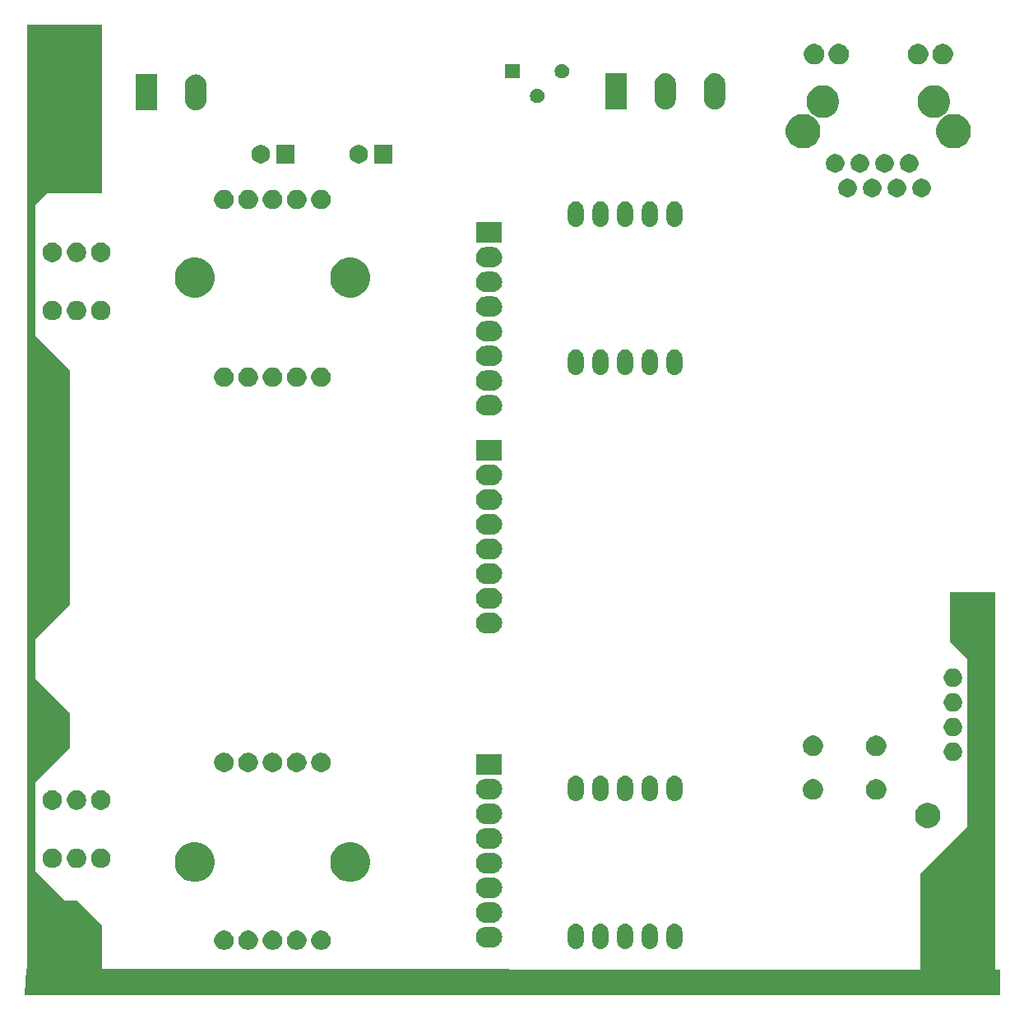
<source format=gbr>
%TF.GenerationSoftware,KiCad,Pcbnew,(6.0.0-rc1-dev-882-gdbc9130da)*%
%TF.CreationDate,2019-06-07T23:52:57-04:00*%
%TF.ProjectId,AntennaSwitch_6x2,416E74656E6E615377697463685F3678,rev?*%
%TF.SameCoordinates,Original*%
%TF.FileFunction,Soldermask,Bot*%
%TF.FilePolarity,Negative*%
%FSLAX46Y46*%
G04 Gerber Fmt 4.6, Leading zero omitted, Abs format (unit mm)*
G04 Created by KiCad (PCBNEW (6.0.0-rc1-dev-882-gdbc9130da)) date 2019/6/7 23:52:57*
%MOMM*%
%LPD*%
G01*
G04 APERTURE LIST*
%ADD10C,0.100000*%
%ADD11C,0.350000*%
G04 APERTURE END LIST*
D10*
G36*
X49911000Y-147256500D02*
X150114000Y-147320000D01*
X150114000Y-149860000D01*
X49784000Y-149860000D01*
X49911000Y-147256500D01*
G37*
X49911000Y-147256500D02*
X150114000Y-147320000D01*
X150114000Y-149860000D01*
X49784000Y-149860000D01*
X49911000Y-147256500D01*
G36*
X141986000Y-149352000D02*
X141986000Y-137414000D01*
X146812000Y-132588000D01*
X146812000Y-115316000D01*
X145034000Y-113538000D01*
X145034000Y-108458000D01*
X149606000Y-108458000D01*
X149606000Y-149352000D01*
X141986000Y-149352000D01*
G37*
X141986000Y-149352000D02*
X141986000Y-137414000D01*
X146812000Y-132588000D01*
X146812000Y-115316000D01*
X145034000Y-113538000D01*
X145034000Y-108458000D01*
X149606000Y-108458000D01*
X149606000Y-149352000D01*
X141986000Y-149352000D01*
G36*
X50038000Y-50038000D02*
X57658000Y-50038000D01*
X57658000Y-67310000D01*
X52070000Y-67310000D01*
X50800000Y-68580000D01*
X50800000Y-82042000D01*
X52578000Y-83820000D01*
X54356000Y-85598000D01*
X54356000Y-109728000D01*
X50800000Y-113284000D01*
X50800000Y-117348000D01*
X54356000Y-120904000D01*
X54356000Y-124460000D01*
X50800000Y-128016000D01*
X50800000Y-137160000D01*
X53848000Y-140208000D01*
X55118000Y-140208000D01*
X57658000Y-142748000D01*
X57658000Y-149352000D01*
X50038000Y-149352000D01*
X50038000Y-50038000D01*
G37*
X50038000Y-50038000D02*
X57658000Y-50038000D01*
X57658000Y-67310000D01*
X52070000Y-67310000D01*
X50800000Y-68580000D01*
X50800000Y-82042000D01*
X52578000Y-83820000D01*
X54356000Y-85598000D01*
X54356000Y-109728000D01*
X50800000Y-113284000D01*
X50800000Y-117348000D01*
X54356000Y-120904000D01*
X54356000Y-124460000D01*
X50800000Y-128016000D01*
X50800000Y-137160000D01*
X53848000Y-140208000D01*
X55118000Y-140208000D01*
X57658000Y-142748000D01*
X57658000Y-149352000D01*
X50038000Y-149352000D01*
X50038000Y-50038000D01*
D11*
G36*
X80560181Y-143328168D02*
X80742353Y-143403625D01*
X80906299Y-143513171D01*
X81045729Y-143652601D01*
X81155275Y-143816547D01*
X81230732Y-143998719D01*
X81269200Y-144192111D01*
X81269200Y-144389289D01*
X81230732Y-144582681D01*
X81155275Y-144764853D01*
X81045729Y-144928799D01*
X80906299Y-145068229D01*
X80742353Y-145177775D01*
X80560181Y-145253232D01*
X80366790Y-145291700D01*
X80169610Y-145291700D01*
X79976219Y-145253232D01*
X79794047Y-145177775D01*
X79630101Y-145068229D01*
X79490671Y-144928799D01*
X79381125Y-144764853D01*
X79305668Y-144582681D01*
X79267200Y-144389289D01*
X79267200Y-144192111D01*
X79305668Y-143998719D01*
X79381125Y-143816547D01*
X79490671Y-143652601D01*
X79630101Y-143513171D01*
X79794047Y-143403625D01*
X79976219Y-143328168D01*
X80169610Y-143289700D01*
X80366790Y-143289700D01*
X80560181Y-143328168D01*
X80560181Y-143328168D01*
G37*
G36*
X78060181Y-143328168D02*
X78242353Y-143403625D01*
X78406299Y-143513171D01*
X78545729Y-143652601D01*
X78655275Y-143816547D01*
X78730732Y-143998719D01*
X78769200Y-144192111D01*
X78769200Y-144389289D01*
X78730732Y-144582681D01*
X78655275Y-144764853D01*
X78545729Y-144928799D01*
X78406299Y-145068229D01*
X78242353Y-145177775D01*
X78060181Y-145253232D01*
X77866790Y-145291700D01*
X77669610Y-145291700D01*
X77476219Y-145253232D01*
X77294047Y-145177775D01*
X77130101Y-145068229D01*
X76990671Y-144928799D01*
X76881125Y-144764853D01*
X76805668Y-144582681D01*
X76767200Y-144389289D01*
X76767200Y-144192111D01*
X76805668Y-143998719D01*
X76881125Y-143816547D01*
X76990671Y-143652601D01*
X77130101Y-143513171D01*
X77294047Y-143403625D01*
X77476219Y-143328168D01*
X77669610Y-143289700D01*
X77866790Y-143289700D01*
X78060181Y-143328168D01*
X78060181Y-143328168D01*
G37*
G36*
X75560181Y-143328168D02*
X75742353Y-143403625D01*
X75906299Y-143513171D01*
X76045729Y-143652601D01*
X76155275Y-143816547D01*
X76230732Y-143998719D01*
X76269200Y-144192111D01*
X76269200Y-144389289D01*
X76230732Y-144582681D01*
X76155275Y-144764853D01*
X76045729Y-144928799D01*
X75906299Y-145068229D01*
X75742353Y-145177775D01*
X75560181Y-145253232D01*
X75366790Y-145291700D01*
X75169610Y-145291700D01*
X74976219Y-145253232D01*
X74794047Y-145177775D01*
X74630101Y-145068229D01*
X74490671Y-144928799D01*
X74381125Y-144764853D01*
X74305668Y-144582681D01*
X74267200Y-144389289D01*
X74267200Y-144192111D01*
X74305668Y-143998719D01*
X74381125Y-143816547D01*
X74490671Y-143652601D01*
X74630101Y-143513171D01*
X74794047Y-143403625D01*
X74976219Y-143328168D01*
X75169610Y-143289700D01*
X75366790Y-143289700D01*
X75560181Y-143328168D01*
X75560181Y-143328168D01*
G37*
G36*
X73060181Y-143328168D02*
X73242353Y-143403625D01*
X73406299Y-143513171D01*
X73545729Y-143652601D01*
X73655275Y-143816547D01*
X73730732Y-143998719D01*
X73769200Y-144192111D01*
X73769200Y-144389289D01*
X73730732Y-144582681D01*
X73655275Y-144764853D01*
X73545729Y-144928799D01*
X73406299Y-145068229D01*
X73242353Y-145177775D01*
X73060181Y-145253232D01*
X72866790Y-145291700D01*
X72669610Y-145291700D01*
X72476219Y-145253232D01*
X72294047Y-145177775D01*
X72130101Y-145068229D01*
X71990671Y-144928799D01*
X71881125Y-144764853D01*
X71805668Y-144582681D01*
X71767200Y-144389289D01*
X71767200Y-144192111D01*
X71805668Y-143998719D01*
X71881125Y-143816547D01*
X71990671Y-143652601D01*
X72130101Y-143513171D01*
X72294047Y-143403625D01*
X72476219Y-143328168D01*
X72669610Y-143289700D01*
X72866790Y-143289700D01*
X73060181Y-143328168D01*
X73060181Y-143328168D01*
G37*
G36*
X70560181Y-143328168D02*
X70742353Y-143403625D01*
X70906299Y-143513171D01*
X71045729Y-143652601D01*
X71155275Y-143816547D01*
X71230732Y-143998719D01*
X71269200Y-144192111D01*
X71269200Y-144389289D01*
X71230732Y-144582681D01*
X71155275Y-144764853D01*
X71045729Y-144928799D01*
X70906299Y-145068229D01*
X70742353Y-145177775D01*
X70560181Y-145253232D01*
X70366790Y-145291700D01*
X70169610Y-145291700D01*
X69976219Y-145253232D01*
X69794047Y-145177775D01*
X69630101Y-145068229D01*
X69490671Y-144928799D01*
X69381125Y-144764853D01*
X69305668Y-144582681D01*
X69267200Y-144389289D01*
X69267200Y-144192111D01*
X69305668Y-143998719D01*
X69381125Y-143816547D01*
X69490671Y-143652601D01*
X69630101Y-143513171D01*
X69794047Y-143403625D01*
X69976219Y-143328168D01*
X70169610Y-143289700D01*
X70366790Y-143289700D01*
X70560181Y-143328168D01*
X70560181Y-143328168D01*
G37*
G36*
X106647475Y-142602464D02*
X106647478Y-142602465D01*
X106647479Y-142602465D01*
X106800726Y-142648952D01*
X106941962Y-142724443D01*
X107030910Y-142797441D01*
X107065759Y-142826041D01*
X107152232Y-142931409D01*
X107167358Y-142949840D01*
X107242848Y-143091073D01*
X107282090Y-143220435D01*
X107289336Y-143244324D01*
X107301100Y-143363767D01*
X107301100Y-144443633D01*
X107289336Y-144563076D01*
X107289335Y-144563079D01*
X107289335Y-144563080D01*
X107242848Y-144716327D01*
X107167358Y-144857560D01*
X107167356Y-144857563D01*
X107167355Y-144857564D01*
X107065759Y-144981359D01*
X106941964Y-145082955D01*
X106941960Y-145082958D01*
X106800727Y-145158448D01*
X106647480Y-145204935D01*
X106647479Y-145204935D01*
X106647476Y-145204936D01*
X106510382Y-145218438D01*
X106488101Y-145220633D01*
X106488100Y-145220633D01*
X106328725Y-145204936D01*
X106328722Y-145204935D01*
X106328721Y-145204935D01*
X106175474Y-145158448D01*
X106034241Y-145082958D01*
X106034237Y-145082955D01*
X105910442Y-144981359D01*
X105808846Y-144857564D01*
X105808845Y-144857563D01*
X105808843Y-144857560D01*
X105733353Y-144716327D01*
X105686866Y-144563080D01*
X105686866Y-144563079D01*
X105686865Y-144563076D01*
X105675101Y-144443633D01*
X105675100Y-143363768D01*
X105686864Y-143244325D01*
X105686866Y-143244320D01*
X105733352Y-143091074D01*
X105808843Y-142949838D01*
X105910439Y-142826044D01*
X105910441Y-142826041D01*
X106034236Y-142724445D01*
X106034237Y-142724444D01*
X106034240Y-142724442D01*
X106175473Y-142648952D01*
X106328720Y-142602465D01*
X106328721Y-142602465D01*
X106328724Y-142602464D01*
X106465818Y-142588962D01*
X106488099Y-142586767D01*
X106488100Y-142586767D01*
X106647475Y-142602464D01*
X106647475Y-142602464D01*
G37*
G36*
X116807475Y-142602464D02*
X116807478Y-142602465D01*
X116807479Y-142602465D01*
X116960726Y-142648952D01*
X117101962Y-142724443D01*
X117190910Y-142797441D01*
X117225759Y-142826041D01*
X117312232Y-142931409D01*
X117327358Y-142949840D01*
X117402848Y-143091073D01*
X117442090Y-143220435D01*
X117449336Y-143244324D01*
X117461100Y-143363767D01*
X117461100Y-144443633D01*
X117449336Y-144563076D01*
X117449335Y-144563079D01*
X117449335Y-144563080D01*
X117402848Y-144716327D01*
X117327358Y-144857560D01*
X117327356Y-144857563D01*
X117327355Y-144857564D01*
X117225759Y-144981359D01*
X117101964Y-145082955D01*
X117101960Y-145082958D01*
X116960727Y-145158448D01*
X116807480Y-145204935D01*
X116807479Y-145204935D01*
X116807476Y-145204936D01*
X116670382Y-145218438D01*
X116648101Y-145220633D01*
X116648100Y-145220633D01*
X116488725Y-145204936D01*
X116488722Y-145204935D01*
X116488721Y-145204935D01*
X116335474Y-145158448D01*
X116194241Y-145082958D01*
X116194237Y-145082955D01*
X116070442Y-144981359D01*
X115968846Y-144857564D01*
X115968845Y-144857563D01*
X115968843Y-144857560D01*
X115893353Y-144716327D01*
X115846866Y-144563080D01*
X115846866Y-144563079D01*
X115846865Y-144563076D01*
X115835101Y-144443633D01*
X115835100Y-143363768D01*
X115846864Y-143244325D01*
X115846866Y-143244320D01*
X115893352Y-143091074D01*
X115968843Y-142949838D01*
X116070439Y-142826044D01*
X116070441Y-142826041D01*
X116194236Y-142724445D01*
X116194237Y-142724444D01*
X116194240Y-142724442D01*
X116335473Y-142648952D01*
X116488720Y-142602465D01*
X116488721Y-142602465D01*
X116488724Y-142602464D01*
X116625818Y-142588962D01*
X116648099Y-142586767D01*
X116648100Y-142586767D01*
X116807475Y-142602464D01*
X116807475Y-142602464D01*
G37*
G36*
X109187475Y-142602464D02*
X109187478Y-142602465D01*
X109187479Y-142602465D01*
X109340726Y-142648952D01*
X109481962Y-142724443D01*
X109570910Y-142797441D01*
X109605759Y-142826041D01*
X109692232Y-142931409D01*
X109707358Y-142949840D01*
X109782848Y-143091073D01*
X109822090Y-143220435D01*
X109829336Y-143244324D01*
X109841100Y-143363767D01*
X109841100Y-144443633D01*
X109829336Y-144563076D01*
X109829335Y-144563079D01*
X109829335Y-144563080D01*
X109782848Y-144716327D01*
X109707358Y-144857560D01*
X109707356Y-144857563D01*
X109707355Y-144857564D01*
X109605759Y-144981359D01*
X109481964Y-145082955D01*
X109481960Y-145082958D01*
X109340727Y-145158448D01*
X109187480Y-145204935D01*
X109187479Y-145204935D01*
X109187476Y-145204936D01*
X109050382Y-145218438D01*
X109028101Y-145220633D01*
X109028100Y-145220633D01*
X108868725Y-145204936D01*
X108868722Y-145204935D01*
X108868721Y-145204935D01*
X108715474Y-145158448D01*
X108574241Y-145082958D01*
X108574237Y-145082955D01*
X108450442Y-144981359D01*
X108348846Y-144857564D01*
X108348845Y-144857563D01*
X108348843Y-144857560D01*
X108273353Y-144716327D01*
X108226866Y-144563080D01*
X108226866Y-144563079D01*
X108226865Y-144563076D01*
X108215101Y-144443633D01*
X108215100Y-143363768D01*
X108226864Y-143244325D01*
X108226866Y-143244320D01*
X108273352Y-143091074D01*
X108348843Y-142949838D01*
X108450439Y-142826044D01*
X108450441Y-142826041D01*
X108574236Y-142724445D01*
X108574237Y-142724444D01*
X108574240Y-142724442D01*
X108715473Y-142648952D01*
X108868720Y-142602465D01*
X108868721Y-142602465D01*
X108868724Y-142602464D01*
X109005818Y-142588962D01*
X109028099Y-142586767D01*
X109028100Y-142586767D01*
X109187475Y-142602464D01*
X109187475Y-142602464D01*
G37*
G36*
X114267475Y-142602464D02*
X114267478Y-142602465D01*
X114267479Y-142602465D01*
X114420726Y-142648952D01*
X114561962Y-142724443D01*
X114650910Y-142797441D01*
X114685759Y-142826041D01*
X114772232Y-142931409D01*
X114787358Y-142949840D01*
X114862848Y-143091073D01*
X114902090Y-143220435D01*
X114909336Y-143244324D01*
X114921100Y-143363767D01*
X114921100Y-144443633D01*
X114909336Y-144563076D01*
X114909335Y-144563079D01*
X114909335Y-144563080D01*
X114862848Y-144716327D01*
X114787358Y-144857560D01*
X114787356Y-144857563D01*
X114787355Y-144857564D01*
X114685759Y-144981359D01*
X114561964Y-145082955D01*
X114561960Y-145082958D01*
X114420727Y-145158448D01*
X114267480Y-145204935D01*
X114267479Y-145204935D01*
X114267476Y-145204936D01*
X114130382Y-145218438D01*
X114108101Y-145220633D01*
X114108100Y-145220633D01*
X113948725Y-145204936D01*
X113948722Y-145204935D01*
X113948721Y-145204935D01*
X113795474Y-145158448D01*
X113654241Y-145082958D01*
X113654237Y-145082955D01*
X113530442Y-144981359D01*
X113428846Y-144857564D01*
X113428845Y-144857563D01*
X113428843Y-144857560D01*
X113353353Y-144716327D01*
X113306866Y-144563080D01*
X113306866Y-144563079D01*
X113306865Y-144563076D01*
X113295101Y-144443633D01*
X113295100Y-143363768D01*
X113306864Y-143244325D01*
X113306866Y-143244320D01*
X113353352Y-143091074D01*
X113428843Y-142949838D01*
X113530439Y-142826044D01*
X113530441Y-142826041D01*
X113654236Y-142724445D01*
X113654237Y-142724444D01*
X113654240Y-142724442D01*
X113795473Y-142648952D01*
X113948720Y-142602465D01*
X113948721Y-142602465D01*
X113948724Y-142602464D01*
X114085818Y-142588962D01*
X114108099Y-142586767D01*
X114108100Y-142586767D01*
X114267475Y-142602464D01*
X114267475Y-142602464D01*
G37*
G36*
X111727475Y-142602464D02*
X111727478Y-142602465D01*
X111727479Y-142602465D01*
X111880726Y-142648952D01*
X112021962Y-142724443D01*
X112110910Y-142797441D01*
X112145759Y-142826041D01*
X112232232Y-142931409D01*
X112247358Y-142949840D01*
X112322848Y-143091073D01*
X112362090Y-143220435D01*
X112369336Y-143244324D01*
X112381100Y-143363767D01*
X112381100Y-144443633D01*
X112369336Y-144563076D01*
X112369335Y-144563079D01*
X112369335Y-144563080D01*
X112322848Y-144716327D01*
X112247358Y-144857560D01*
X112247356Y-144857563D01*
X112247355Y-144857564D01*
X112145759Y-144981359D01*
X112021964Y-145082955D01*
X112021960Y-145082958D01*
X111880727Y-145158448D01*
X111727480Y-145204935D01*
X111727479Y-145204935D01*
X111727476Y-145204936D01*
X111590382Y-145218438D01*
X111568101Y-145220633D01*
X111568100Y-145220633D01*
X111408725Y-145204936D01*
X111408722Y-145204935D01*
X111408721Y-145204935D01*
X111255474Y-145158448D01*
X111114241Y-145082958D01*
X111114237Y-145082955D01*
X110990442Y-144981359D01*
X110888846Y-144857564D01*
X110888845Y-144857563D01*
X110888843Y-144857560D01*
X110813353Y-144716327D01*
X110766866Y-144563080D01*
X110766866Y-144563079D01*
X110766865Y-144563076D01*
X110755101Y-144443633D01*
X110755100Y-143363768D01*
X110766864Y-143244325D01*
X110766866Y-143244320D01*
X110813352Y-143091074D01*
X110888843Y-142949838D01*
X110990439Y-142826044D01*
X110990441Y-142826041D01*
X111114236Y-142724445D01*
X111114237Y-142724444D01*
X111114240Y-142724442D01*
X111255473Y-142648952D01*
X111408720Y-142602465D01*
X111408721Y-142602465D01*
X111408724Y-142602464D01*
X111545818Y-142588962D01*
X111568099Y-142586767D01*
X111568100Y-142586767D01*
X111727475Y-142602464D01*
X111727475Y-142602464D01*
G37*
G36*
X98066032Y-142931407D02*
X98264146Y-142991505D01*
X98446728Y-143089096D01*
X98606765Y-143220435D01*
X98724395Y-143363767D01*
X98738103Y-143380471D01*
X98835695Y-143563054D01*
X98895793Y-143761168D01*
X98916085Y-143967200D01*
X98895793Y-144173232D01*
X98835695Y-144371346D01*
X98738104Y-144553928D01*
X98606765Y-144713965D01*
X98446728Y-144845304D01*
X98290518Y-144928799D01*
X98264146Y-144942895D01*
X98066032Y-145002993D01*
X97911630Y-145018200D01*
X97208370Y-145018200D01*
X97053968Y-145002993D01*
X96855854Y-144942895D01*
X96829482Y-144928799D01*
X96673272Y-144845304D01*
X96513235Y-144713965D01*
X96381896Y-144553928D01*
X96284305Y-144371346D01*
X96224207Y-144173232D01*
X96203915Y-143967200D01*
X96224207Y-143761168D01*
X96284305Y-143563054D01*
X96381897Y-143380471D01*
X96395606Y-143363767D01*
X96513235Y-143220435D01*
X96673272Y-143089096D01*
X96855854Y-142991505D01*
X97053968Y-142931407D01*
X97208370Y-142916200D01*
X97911630Y-142916200D01*
X98066032Y-142931407D01*
X98066032Y-142931407D01*
G37*
G36*
X98066032Y-140391407D02*
X98264146Y-140451505D01*
X98446728Y-140549096D01*
X98446730Y-140549097D01*
X98446729Y-140549097D01*
X98606765Y-140680435D01*
X98738103Y-140840471D01*
X98835695Y-141023054D01*
X98895793Y-141221168D01*
X98916085Y-141427200D01*
X98895793Y-141633232D01*
X98835695Y-141831346D01*
X98738104Y-142013928D01*
X98606765Y-142173965D01*
X98446728Y-142305304D01*
X98264146Y-142402895D01*
X98066032Y-142462993D01*
X97911630Y-142478200D01*
X97208370Y-142478200D01*
X97053968Y-142462993D01*
X96855854Y-142402895D01*
X96673272Y-142305304D01*
X96513235Y-142173965D01*
X96381896Y-142013928D01*
X96284305Y-141831346D01*
X96224207Y-141633232D01*
X96203915Y-141427200D01*
X96224207Y-141221168D01*
X96284305Y-141023054D01*
X96381897Y-140840471D01*
X96513235Y-140680435D01*
X96673271Y-140549097D01*
X96673270Y-140549097D01*
X96673272Y-140549096D01*
X96855854Y-140451505D01*
X97053968Y-140391407D01*
X97208370Y-140376200D01*
X97911630Y-140376200D01*
X98066032Y-140391407D01*
X98066032Y-140391407D01*
G37*
G36*
X98066032Y-137851407D02*
X98264146Y-137911505D01*
X98446728Y-138009096D01*
X98446730Y-138009097D01*
X98446729Y-138009097D01*
X98606765Y-138140435D01*
X98738103Y-138300471D01*
X98835695Y-138483054D01*
X98895793Y-138681168D01*
X98916085Y-138887200D01*
X98895793Y-139093232D01*
X98835695Y-139291346D01*
X98738104Y-139473928D01*
X98606765Y-139633965D01*
X98446728Y-139765304D01*
X98264146Y-139862895D01*
X98066032Y-139922993D01*
X97911630Y-139938200D01*
X97208370Y-139938200D01*
X97053968Y-139922993D01*
X96855854Y-139862895D01*
X96673272Y-139765304D01*
X96513235Y-139633965D01*
X96381896Y-139473928D01*
X96284305Y-139291346D01*
X96224207Y-139093232D01*
X96203915Y-138887200D01*
X96224207Y-138681168D01*
X96284305Y-138483054D01*
X96381897Y-138300471D01*
X96513235Y-138140435D01*
X96673271Y-138009097D01*
X96673270Y-138009097D01*
X96673272Y-138009096D01*
X96855854Y-137911505D01*
X97053968Y-137851407D01*
X97208370Y-137836200D01*
X97911630Y-137836200D01*
X98066032Y-137851407D01*
X98066032Y-137851407D01*
G37*
G36*
X83866455Y-134268519D02*
X84239713Y-134423127D01*
X84575636Y-134647584D01*
X84861316Y-134933264D01*
X85085773Y-135269187D01*
X85240381Y-135642445D01*
X85319200Y-136038694D01*
X85319200Y-136442706D01*
X85240381Y-136838955D01*
X85085773Y-137212213D01*
X84861316Y-137548136D01*
X84575636Y-137833816D01*
X84239713Y-138058273D01*
X83866455Y-138212881D01*
X83470206Y-138291700D01*
X83066194Y-138291700D01*
X82669945Y-138212881D01*
X82296687Y-138058273D01*
X81960764Y-137833816D01*
X81675084Y-137548136D01*
X81450627Y-137212213D01*
X81296019Y-136838955D01*
X81217200Y-136442706D01*
X81217200Y-136038694D01*
X81296019Y-135642445D01*
X81450627Y-135269187D01*
X81675084Y-134933264D01*
X81960764Y-134647584D01*
X82296687Y-134423127D01*
X82669945Y-134268519D01*
X83066194Y-134189700D01*
X83470206Y-134189700D01*
X83866455Y-134268519D01*
X83866455Y-134268519D01*
G37*
G36*
X67866455Y-134268519D02*
X68239713Y-134423127D01*
X68575636Y-134647584D01*
X68861316Y-134933264D01*
X69085773Y-135269187D01*
X69240381Y-135642445D01*
X69319200Y-136038694D01*
X69319200Y-136442706D01*
X69240381Y-136838955D01*
X69085773Y-137212213D01*
X68861316Y-137548136D01*
X68575636Y-137833816D01*
X68239713Y-138058273D01*
X67866455Y-138212881D01*
X67470206Y-138291700D01*
X67066194Y-138291700D01*
X66669945Y-138212881D01*
X66296687Y-138058273D01*
X65960764Y-137833816D01*
X65675084Y-137548136D01*
X65450627Y-137212213D01*
X65296019Y-136838955D01*
X65217200Y-136442706D01*
X65217200Y-136038694D01*
X65296019Y-135642445D01*
X65450627Y-135269187D01*
X65675084Y-134933264D01*
X65960764Y-134647584D01*
X66296687Y-134423127D01*
X66669945Y-134268519D01*
X67066194Y-134189700D01*
X67470206Y-134189700D01*
X67866455Y-134268519D01*
X67866455Y-134268519D01*
G37*
G36*
X98066032Y-135311407D02*
X98264146Y-135371505D01*
X98446728Y-135469096D01*
X98606765Y-135600435D01*
X98738104Y-135760472D01*
X98742561Y-135768811D01*
X98835695Y-135943054D01*
X98895793Y-136141168D01*
X98916085Y-136347200D01*
X98895793Y-136553232D01*
X98835695Y-136751346D01*
X98738104Y-136933928D01*
X98606765Y-137093965D01*
X98446728Y-137225304D01*
X98264146Y-137322895D01*
X98066032Y-137382993D01*
X97911630Y-137398200D01*
X97208370Y-137398200D01*
X97053968Y-137382993D01*
X96855854Y-137322895D01*
X96673272Y-137225304D01*
X96513235Y-137093965D01*
X96381896Y-136933928D01*
X96284305Y-136751346D01*
X96224207Y-136553232D01*
X96203915Y-136347200D01*
X96224207Y-136141168D01*
X96284305Y-135943054D01*
X96377439Y-135768811D01*
X96381896Y-135760472D01*
X96513235Y-135600435D01*
X96673272Y-135469096D01*
X96855854Y-135371505D01*
X97053968Y-135311407D01*
X97208370Y-135296200D01*
X97911630Y-135296200D01*
X98066032Y-135311407D01*
X98066032Y-135311407D01*
G37*
G36*
X57891181Y-134904868D02*
X58073353Y-134980325D01*
X58237299Y-135089871D01*
X58376729Y-135229301D01*
X58486275Y-135393247D01*
X58561732Y-135575419D01*
X58600200Y-135768811D01*
X58600200Y-135965989D01*
X58561732Y-136159381D01*
X58486275Y-136341553D01*
X58376729Y-136505499D01*
X58237299Y-136644929D01*
X58073353Y-136754475D01*
X57891181Y-136829932D01*
X57697790Y-136868400D01*
X57500610Y-136868400D01*
X57307219Y-136829932D01*
X57125047Y-136754475D01*
X56961101Y-136644929D01*
X56821671Y-136505499D01*
X56712125Y-136341553D01*
X56636668Y-136159381D01*
X56598200Y-135965989D01*
X56598200Y-135768811D01*
X56636668Y-135575419D01*
X56712125Y-135393247D01*
X56821671Y-135229301D01*
X56961101Y-135089871D01*
X57125047Y-134980325D01*
X57307219Y-134904868D01*
X57500610Y-134866400D01*
X57697790Y-134866400D01*
X57891181Y-134904868D01*
X57891181Y-134904868D01*
G37*
G36*
X55391181Y-134904868D02*
X55573353Y-134980325D01*
X55737299Y-135089871D01*
X55876729Y-135229301D01*
X55986275Y-135393247D01*
X56061732Y-135575419D01*
X56100200Y-135768811D01*
X56100200Y-135965989D01*
X56061732Y-136159381D01*
X55986275Y-136341553D01*
X55876729Y-136505499D01*
X55737299Y-136644929D01*
X55573353Y-136754475D01*
X55391181Y-136829932D01*
X55197790Y-136868400D01*
X55000610Y-136868400D01*
X54807219Y-136829932D01*
X54625047Y-136754475D01*
X54461101Y-136644929D01*
X54321671Y-136505499D01*
X54212125Y-136341553D01*
X54136668Y-136159381D01*
X54098200Y-135965989D01*
X54098200Y-135768811D01*
X54136668Y-135575419D01*
X54212125Y-135393247D01*
X54321671Y-135229301D01*
X54461101Y-135089871D01*
X54625047Y-134980325D01*
X54807219Y-134904868D01*
X55000610Y-134866400D01*
X55197790Y-134866400D01*
X55391181Y-134904868D01*
X55391181Y-134904868D01*
G37*
G36*
X52891181Y-134904868D02*
X53073353Y-134980325D01*
X53237299Y-135089871D01*
X53376729Y-135229301D01*
X53486275Y-135393247D01*
X53561732Y-135575419D01*
X53600200Y-135768811D01*
X53600200Y-135965989D01*
X53561732Y-136159381D01*
X53486275Y-136341553D01*
X53376729Y-136505499D01*
X53237299Y-136644929D01*
X53073353Y-136754475D01*
X52891181Y-136829932D01*
X52697790Y-136868400D01*
X52500610Y-136868400D01*
X52307219Y-136829932D01*
X52125047Y-136754475D01*
X51961101Y-136644929D01*
X51821671Y-136505499D01*
X51712125Y-136341553D01*
X51636668Y-136159381D01*
X51598200Y-135965989D01*
X51598200Y-135768811D01*
X51636668Y-135575419D01*
X51712125Y-135393247D01*
X51821671Y-135229301D01*
X51961101Y-135089871D01*
X52125047Y-134980325D01*
X52307219Y-134904868D01*
X52500610Y-134866400D01*
X52697790Y-134866400D01*
X52891181Y-134904868D01*
X52891181Y-134904868D01*
G37*
G36*
X98066032Y-132771407D02*
X98264146Y-132831505D01*
X98446728Y-132929096D01*
X98446730Y-132929097D01*
X98446729Y-132929097D01*
X98606765Y-133060435D01*
X98738103Y-133220471D01*
X98835695Y-133403054D01*
X98895793Y-133601168D01*
X98916085Y-133807200D01*
X98895793Y-134013232D01*
X98842261Y-134189700D01*
X98835695Y-134211346D01*
X98738104Y-134393928D01*
X98606765Y-134553965D01*
X98446728Y-134685304D01*
X98264146Y-134782895D01*
X98066032Y-134842993D01*
X97911630Y-134858200D01*
X97208370Y-134858200D01*
X97053968Y-134842993D01*
X96855854Y-134782895D01*
X96673272Y-134685304D01*
X96513235Y-134553965D01*
X96381896Y-134393928D01*
X96284305Y-134211346D01*
X96277739Y-134189700D01*
X96224207Y-134013232D01*
X96203915Y-133807200D01*
X96224207Y-133601168D01*
X96284305Y-133403054D01*
X96381897Y-133220471D01*
X96513235Y-133060435D01*
X96673271Y-132929097D01*
X96673270Y-132929097D01*
X96673272Y-132929096D01*
X96855854Y-132831505D01*
X97053968Y-132771407D01*
X97208370Y-132756200D01*
X97911630Y-132756200D01*
X98066032Y-132771407D01*
X98066032Y-132771407D01*
G37*
G36*
X143102088Y-130193997D02*
X143338856Y-130292069D01*
X143480589Y-130386773D01*
X143551939Y-130434447D01*
X143733153Y-130615661D01*
X143733154Y-130615663D01*
X143875531Y-130828744D01*
X143973603Y-131065512D01*
X144023600Y-131316863D01*
X144023600Y-131573137D01*
X143973603Y-131824488D01*
X143875531Y-132061256D01*
X143780827Y-132202989D01*
X143733153Y-132274339D01*
X143551939Y-132455553D01*
X143480589Y-132503227D01*
X143338856Y-132597931D01*
X143102088Y-132696003D01*
X142850737Y-132746000D01*
X142594463Y-132746000D01*
X142343112Y-132696003D01*
X142106344Y-132597931D01*
X141964611Y-132503227D01*
X141893261Y-132455553D01*
X141712047Y-132274339D01*
X141664373Y-132202989D01*
X141569669Y-132061256D01*
X141471597Y-131824488D01*
X141421600Y-131573137D01*
X141421600Y-131316863D01*
X141471597Y-131065512D01*
X141569669Y-130828744D01*
X141712046Y-130615663D01*
X141712047Y-130615661D01*
X141893261Y-130434447D01*
X141964611Y-130386773D01*
X142106344Y-130292069D01*
X142343112Y-130193997D01*
X142594463Y-130144000D01*
X142850737Y-130144000D01*
X143102088Y-130193997D01*
X143102088Y-130193997D01*
G37*
G36*
X98066032Y-130231407D02*
X98264146Y-130291505D01*
X98446728Y-130389096D01*
X98606765Y-130520435D01*
X98708935Y-130644929D01*
X98738103Y-130680471D01*
X98835695Y-130863054D01*
X98895793Y-131061168D01*
X98916085Y-131267200D01*
X98895793Y-131473232D01*
X98835695Y-131671346D01*
X98738104Y-131853928D01*
X98606765Y-132013965D01*
X98446728Y-132145304D01*
X98264146Y-132242895D01*
X98066032Y-132302993D01*
X97911630Y-132318200D01*
X97208370Y-132318200D01*
X97053968Y-132302993D01*
X96855854Y-132242895D01*
X96673272Y-132145304D01*
X96513235Y-132013965D01*
X96381896Y-131853928D01*
X96284305Y-131671346D01*
X96224207Y-131473232D01*
X96203915Y-131267200D01*
X96224207Y-131061168D01*
X96284305Y-130863054D01*
X96381897Y-130680471D01*
X96411066Y-130644929D01*
X96513235Y-130520435D01*
X96673272Y-130389096D01*
X96855854Y-130291505D01*
X97053968Y-130231407D01*
X97208370Y-130216200D01*
X97911630Y-130216200D01*
X98066032Y-130231407D01*
X98066032Y-130231407D01*
G37*
G36*
X57891181Y-128904868D02*
X58073353Y-128980325D01*
X58237299Y-129089871D01*
X58376729Y-129229301D01*
X58486275Y-129393247D01*
X58561732Y-129575419D01*
X58599043Y-129762991D01*
X58600200Y-129768811D01*
X58600200Y-129965989D01*
X58561732Y-130159381D01*
X58486275Y-130341553D01*
X58376729Y-130505499D01*
X58237299Y-130644929D01*
X58073353Y-130754475D01*
X57894049Y-130828744D01*
X57891181Y-130829932D01*
X57697790Y-130868400D01*
X57500610Y-130868400D01*
X57307219Y-130829932D01*
X57304351Y-130828744D01*
X57125047Y-130754475D01*
X56961101Y-130644929D01*
X56821671Y-130505499D01*
X56712125Y-130341553D01*
X56636668Y-130159381D01*
X56598200Y-129965989D01*
X56598200Y-129768811D01*
X56599358Y-129762991D01*
X56636668Y-129575419D01*
X56712125Y-129393247D01*
X56821671Y-129229301D01*
X56961101Y-129089871D01*
X57125047Y-128980325D01*
X57307219Y-128904868D01*
X57500610Y-128866400D01*
X57697790Y-128866400D01*
X57891181Y-128904868D01*
X57891181Y-128904868D01*
G37*
G36*
X55391181Y-128904868D02*
X55573353Y-128980325D01*
X55737299Y-129089871D01*
X55876729Y-129229301D01*
X55986275Y-129393247D01*
X56061732Y-129575419D01*
X56099043Y-129762991D01*
X56100200Y-129768811D01*
X56100200Y-129965989D01*
X56061732Y-130159381D01*
X55986275Y-130341553D01*
X55876729Y-130505499D01*
X55737299Y-130644929D01*
X55573353Y-130754475D01*
X55394049Y-130828744D01*
X55391181Y-130829932D01*
X55197790Y-130868400D01*
X55000610Y-130868400D01*
X54807219Y-130829932D01*
X54804351Y-130828744D01*
X54625047Y-130754475D01*
X54461101Y-130644929D01*
X54321671Y-130505499D01*
X54212125Y-130341553D01*
X54136668Y-130159381D01*
X54098200Y-129965989D01*
X54098200Y-129768811D01*
X54099358Y-129762991D01*
X54136668Y-129575419D01*
X54212125Y-129393247D01*
X54321671Y-129229301D01*
X54461101Y-129089871D01*
X54625047Y-128980325D01*
X54807219Y-128904868D01*
X55000610Y-128866400D01*
X55197790Y-128866400D01*
X55391181Y-128904868D01*
X55391181Y-128904868D01*
G37*
G36*
X52891181Y-128904868D02*
X53073353Y-128980325D01*
X53237299Y-129089871D01*
X53376729Y-129229301D01*
X53486275Y-129393247D01*
X53561732Y-129575419D01*
X53599043Y-129762991D01*
X53600200Y-129768811D01*
X53600200Y-129965989D01*
X53561732Y-130159381D01*
X53486275Y-130341553D01*
X53376729Y-130505499D01*
X53237299Y-130644929D01*
X53073353Y-130754475D01*
X52894049Y-130828744D01*
X52891181Y-130829932D01*
X52697790Y-130868400D01*
X52500610Y-130868400D01*
X52307219Y-130829932D01*
X52304351Y-130828744D01*
X52125047Y-130754475D01*
X51961101Y-130644929D01*
X51821671Y-130505499D01*
X51712125Y-130341553D01*
X51636668Y-130159381D01*
X51598200Y-129965989D01*
X51598200Y-129768811D01*
X51599358Y-129762991D01*
X51636668Y-129575419D01*
X51712125Y-129393247D01*
X51821671Y-129229301D01*
X51961101Y-129089871D01*
X52125047Y-128980325D01*
X52307219Y-128904868D01*
X52500610Y-128866400D01*
X52697790Y-128866400D01*
X52891181Y-128904868D01*
X52891181Y-128904868D01*
G37*
G36*
X111727475Y-127362464D02*
X111727478Y-127362465D01*
X111727479Y-127362465D01*
X111880726Y-127408952D01*
X112021962Y-127484443D01*
X112110910Y-127557441D01*
X112145759Y-127586041D01*
X112232232Y-127691409D01*
X112247358Y-127709840D01*
X112322848Y-127851073D01*
X112362090Y-127980435D01*
X112369336Y-128004324D01*
X112381100Y-128123767D01*
X112381100Y-129203633D01*
X112369336Y-129323076D01*
X112369335Y-129323079D01*
X112369335Y-129323080D01*
X112322848Y-129476327D01*
X112247358Y-129617560D01*
X112247356Y-129617563D01*
X112247355Y-129617564D01*
X112145759Y-129741359D01*
X112038968Y-129829000D01*
X112021960Y-129842958D01*
X111880727Y-129918448D01*
X111727480Y-129964935D01*
X111727479Y-129964935D01*
X111727476Y-129964936D01*
X111590382Y-129978438D01*
X111568101Y-129980633D01*
X111568100Y-129980633D01*
X111408725Y-129964936D01*
X111408722Y-129964935D01*
X111408721Y-129964935D01*
X111255474Y-129918448D01*
X111114241Y-129842958D01*
X111097233Y-129829000D01*
X110990442Y-129741359D01*
X110888846Y-129617564D01*
X110888845Y-129617563D01*
X110888843Y-129617560D01*
X110813353Y-129476327D01*
X110766866Y-129323080D01*
X110766866Y-129323079D01*
X110766865Y-129323076D01*
X110755101Y-129203633D01*
X110755100Y-128123768D01*
X110766864Y-128004325D01*
X110766866Y-128004320D01*
X110813352Y-127851074D01*
X110888843Y-127709838D01*
X110990439Y-127586044D01*
X110990441Y-127586041D01*
X111114236Y-127484445D01*
X111114237Y-127484444D01*
X111114240Y-127484442D01*
X111255473Y-127408952D01*
X111408720Y-127362465D01*
X111408721Y-127362465D01*
X111408724Y-127362464D01*
X111545818Y-127348962D01*
X111568099Y-127346767D01*
X111568100Y-127346767D01*
X111727475Y-127362464D01*
X111727475Y-127362464D01*
G37*
G36*
X114267475Y-127362464D02*
X114267478Y-127362465D01*
X114267479Y-127362465D01*
X114420726Y-127408952D01*
X114561962Y-127484443D01*
X114650910Y-127557441D01*
X114685759Y-127586041D01*
X114772232Y-127691409D01*
X114787358Y-127709840D01*
X114862848Y-127851073D01*
X114902090Y-127980435D01*
X114909336Y-128004324D01*
X114921100Y-128123767D01*
X114921100Y-129203633D01*
X114909336Y-129323076D01*
X114909335Y-129323079D01*
X114909335Y-129323080D01*
X114862848Y-129476327D01*
X114787358Y-129617560D01*
X114787356Y-129617563D01*
X114787355Y-129617564D01*
X114685759Y-129741359D01*
X114578968Y-129829000D01*
X114561960Y-129842958D01*
X114420727Y-129918448D01*
X114267480Y-129964935D01*
X114267479Y-129964935D01*
X114267476Y-129964936D01*
X114130382Y-129978438D01*
X114108101Y-129980633D01*
X114108100Y-129980633D01*
X113948725Y-129964936D01*
X113948722Y-129964935D01*
X113948721Y-129964935D01*
X113795474Y-129918448D01*
X113654241Y-129842958D01*
X113637233Y-129829000D01*
X113530442Y-129741359D01*
X113428846Y-129617564D01*
X113428845Y-129617563D01*
X113428843Y-129617560D01*
X113353353Y-129476327D01*
X113306866Y-129323080D01*
X113306866Y-129323079D01*
X113306865Y-129323076D01*
X113295101Y-129203633D01*
X113295100Y-128123768D01*
X113306864Y-128004325D01*
X113306866Y-128004320D01*
X113353352Y-127851074D01*
X113428843Y-127709838D01*
X113530439Y-127586044D01*
X113530441Y-127586041D01*
X113654236Y-127484445D01*
X113654237Y-127484444D01*
X113654240Y-127484442D01*
X113795473Y-127408952D01*
X113948720Y-127362465D01*
X113948721Y-127362465D01*
X113948724Y-127362464D01*
X114085818Y-127348962D01*
X114108099Y-127346767D01*
X114108100Y-127346767D01*
X114267475Y-127362464D01*
X114267475Y-127362464D01*
G37*
G36*
X109187475Y-127362464D02*
X109187478Y-127362465D01*
X109187479Y-127362465D01*
X109340726Y-127408952D01*
X109481962Y-127484443D01*
X109570910Y-127557441D01*
X109605759Y-127586041D01*
X109692232Y-127691409D01*
X109707358Y-127709840D01*
X109782848Y-127851073D01*
X109822090Y-127980435D01*
X109829336Y-128004324D01*
X109841100Y-128123767D01*
X109841100Y-129203633D01*
X109829336Y-129323076D01*
X109829335Y-129323079D01*
X109829335Y-129323080D01*
X109782848Y-129476327D01*
X109707358Y-129617560D01*
X109707356Y-129617563D01*
X109707355Y-129617564D01*
X109605759Y-129741359D01*
X109498968Y-129829000D01*
X109481960Y-129842958D01*
X109340727Y-129918448D01*
X109187480Y-129964935D01*
X109187479Y-129964935D01*
X109187476Y-129964936D01*
X109050382Y-129978438D01*
X109028101Y-129980633D01*
X109028100Y-129980633D01*
X108868725Y-129964936D01*
X108868722Y-129964935D01*
X108868721Y-129964935D01*
X108715474Y-129918448D01*
X108574241Y-129842958D01*
X108557233Y-129829000D01*
X108450442Y-129741359D01*
X108348846Y-129617564D01*
X108348845Y-129617563D01*
X108348843Y-129617560D01*
X108273353Y-129476327D01*
X108226866Y-129323080D01*
X108226866Y-129323079D01*
X108226865Y-129323076D01*
X108215101Y-129203633D01*
X108215100Y-128123768D01*
X108226864Y-128004325D01*
X108226866Y-128004320D01*
X108273352Y-127851074D01*
X108348843Y-127709838D01*
X108450439Y-127586044D01*
X108450441Y-127586041D01*
X108574236Y-127484445D01*
X108574237Y-127484444D01*
X108574240Y-127484442D01*
X108715473Y-127408952D01*
X108868720Y-127362465D01*
X108868721Y-127362465D01*
X108868724Y-127362464D01*
X109005818Y-127348962D01*
X109028099Y-127346767D01*
X109028100Y-127346767D01*
X109187475Y-127362464D01*
X109187475Y-127362464D01*
G37*
G36*
X116807475Y-127362464D02*
X116807478Y-127362465D01*
X116807479Y-127362465D01*
X116960726Y-127408952D01*
X117101962Y-127484443D01*
X117190910Y-127557441D01*
X117225759Y-127586041D01*
X117312232Y-127691409D01*
X117327358Y-127709840D01*
X117402848Y-127851073D01*
X117442090Y-127980435D01*
X117449336Y-128004324D01*
X117461100Y-128123767D01*
X117461100Y-129203633D01*
X117449336Y-129323076D01*
X117449335Y-129323079D01*
X117449335Y-129323080D01*
X117402848Y-129476327D01*
X117327358Y-129617560D01*
X117327356Y-129617563D01*
X117327355Y-129617564D01*
X117225759Y-129741359D01*
X117118968Y-129829000D01*
X117101960Y-129842958D01*
X116960727Y-129918448D01*
X116807480Y-129964935D01*
X116807479Y-129964935D01*
X116807476Y-129964936D01*
X116670382Y-129978438D01*
X116648101Y-129980633D01*
X116648100Y-129980633D01*
X116488725Y-129964936D01*
X116488722Y-129964935D01*
X116488721Y-129964935D01*
X116335474Y-129918448D01*
X116194241Y-129842958D01*
X116177233Y-129829000D01*
X116070442Y-129741359D01*
X115968846Y-129617564D01*
X115968845Y-129617563D01*
X115968843Y-129617560D01*
X115893353Y-129476327D01*
X115846866Y-129323080D01*
X115846866Y-129323079D01*
X115846865Y-129323076D01*
X115835101Y-129203633D01*
X115835100Y-128123768D01*
X115846864Y-128004325D01*
X115846866Y-128004320D01*
X115893352Y-127851074D01*
X115968843Y-127709838D01*
X116070439Y-127586044D01*
X116070441Y-127586041D01*
X116194236Y-127484445D01*
X116194237Y-127484444D01*
X116194240Y-127484442D01*
X116335473Y-127408952D01*
X116488720Y-127362465D01*
X116488721Y-127362465D01*
X116488724Y-127362464D01*
X116625818Y-127348962D01*
X116648099Y-127346767D01*
X116648100Y-127346767D01*
X116807475Y-127362464D01*
X116807475Y-127362464D01*
G37*
G36*
X106647475Y-127362464D02*
X106647478Y-127362465D01*
X106647479Y-127362465D01*
X106800726Y-127408952D01*
X106941962Y-127484443D01*
X107030910Y-127557441D01*
X107065759Y-127586041D01*
X107152232Y-127691409D01*
X107167358Y-127709840D01*
X107242848Y-127851073D01*
X107282090Y-127980435D01*
X107289336Y-128004324D01*
X107301100Y-128123767D01*
X107301100Y-129203633D01*
X107289336Y-129323076D01*
X107289335Y-129323079D01*
X107289335Y-129323080D01*
X107242848Y-129476327D01*
X107167358Y-129617560D01*
X107167356Y-129617563D01*
X107167355Y-129617564D01*
X107065759Y-129741359D01*
X106958968Y-129829000D01*
X106941960Y-129842958D01*
X106800727Y-129918448D01*
X106647480Y-129964935D01*
X106647479Y-129964935D01*
X106647476Y-129964936D01*
X106510382Y-129978438D01*
X106488101Y-129980633D01*
X106488100Y-129980633D01*
X106328725Y-129964936D01*
X106328722Y-129964935D01*
X106328721Y-129964935D01*
X106175474Y-129918448D01*
X106034241Y-129842958D01*
X106017233Y-129829000D01*
X105910442Y-129741359D01*
X105808846Y-129617564D01*
X105808845Y-129617563D01*
X105808843Y-129617560D01*
X105733353Y-129476327D01*
X105686866Y-129323080D01*
X105686866Y-129323079D01*
X105686865Y-129323076D01*
X105675101Y-129203633D01*
X105675100Y-128123768D01*
X105686864Y-128004325D01*
X105686866Y-128004320D01*
X105733352Y-127851074D01*
X105808843Y-127709838D01*
X105910439Y-127586044D01*
X105910441Y-127586041D01*
X106034236Y-127484445D01*
X106034237Y-127484444D01*
X106034240Y-127484442D01*
X106175473Y-127408952D01*
X106328720Y-127362465D01*
X106328721Y-127362465D01*
X106328724Y-127362464D01*
X106465818Y-127348962D01*
X106488099Y-127346767D01*
X106488100Y-127346767D01*
X106647475Y-127362464D01*
X106647475Y-127362464D01*
G37*
G36*
X131220566Y-127767389D02*
X131411836Y-127846616D01*
X131583972Y-127961634D01*
X131730366Y-128108028D01*
X131845384Y-128280164D01*
X131924611Y-128471434D01*
X131965000Y-128674486D01*
X131965000Y-128881514D01*
X131924611Y-129084566D01*
X131845384Y-129275836D01*
X131730366Y-129447972D01*
X131583972Y-129594366D01*
X131411836Y-129709384D01*
X131220566Y-129788611D01*
X131017514Y-129829000D01*
X130810486Y-129829000D01*
X130607434Y-129788611D01*
X130416164Y-129709384D01*
X130244028Y-129594366D01*
X130097634Y-129447972D01*
X129982616Y-129275836D01*
X129903389Y-129084566D01*
X129863000Y-128881514D01*
X129863000Y-128674486D01*
X129903389Y-128471434D01*
X129982616Y-128280164D01*
X130097634Y-128108028D01*
X130244028Y-127961634D01*
X130416164Y-127846616D01*
X130607434Y-127767389D01*
X130810486Y-127727000D01*
X131017514Y-127727000D01*
X131220566Y-127767389D01*
X131220566Y-127767389D01*
G37*
G36*
X137720566Y-127767389D02*
X137911836Y-127846616D01*
X138083972Y-127961634D01*
X138230366Y-128108028D01*
X138345384Y-128280164D01*
X138424611Y-128471434D01*
X138465000Y-128674486D01*
X138465000Y-128881514D01*
X138424611Y-129084566D01*
X138345384Y-129275836D01*
X138230366Y-129447972D01*
X138083972Y-129594366D01*
X137911836Y-129709384D01*
X137720566Y-129788611D01*
X137517514Y-129829000D01*
X137310486Y-129829000D01*
X137107434Y-129788611D01*
X136916164Y-129709384D01*
X136744028Y-129594366D01*
X136597634Y-129447972D01*
X136482616Y-129275836D01*
X136403389Y-129084566D01*
X136363000Y-128881514D01*
X136363000Y-128674486D01*
X136403389Y-128471434D01*
X136482616Y-128280164D01*
X136597634Y-128108028D01*
X136744028Y-127961634D01*
X136916164Y-127846616D01*
X137107434Y-127767389D01*
X137310486Y-127727000D01*
X137517514Y-127727000D01*
X137720566Y-127767389D01*
X137720566Y-127767389D01*
G37*
G36*
X98066032Y-127691407D02*
X98264146Y-127751505D01*
X98446728Y-127849096D01*
X98606765Y-127980435D01*
X98724395Y-128123767D01*
X98738103Y-128140471D01*
X98835695Y-128323054D01*
X98895793Y-128521168D01*
X98916085Y-128727200D01*
X98895793Y-128933232D01*
X98849886Y-129084565D01*
X98835695Y-129131346D01*
X98738104Y-129313928D01*
X98606765Y-129473965D01*
X98446728Y-129605304D01*
X98264146Y-129702895D01*
X98066032Y-129762993D01*
X97911630Y-129778200D01*
X97208370Y-129778200D01*
X97053968Y-129762993D01*
X96855854Y-129702895D01*
X96673272Y-129605304D01*
X96513235Y-129473965D01*
X96381896Y-129313928D01*
X96284305Y-129131346D01*
X96270114Y-129084565D01*
X96224207Y-128933232D01*
X96203915Y-128727200D01*
X96224207Y-128521168D01*
X96284305Y-128323054D01*
X96381897Y-128140471D01*
X96395606Y-128123767D01*
X96513235Y-127980435D01*
X96673272Y-127849096D01*
X96855854Y-127751505D01*
X97053968Y-127691407D01*
X97208370Y-127676200D01*
X97911630Y-127676200D01*
X98066032Y-127691407D01*
X98066032Y-127691407D01*
G37*
G36*
X98911000Y-127238200D02*
X96209000Y-127238200D01*
X96209000Y-125136200D01*
X98911000Y-125136200D01*
X98911000Y-127238200D01*
X98911000Y-127238200D01*
G37*
G36*
X75560181Y-125028168D02*
X75742353Y-125103625D01*
X75906299Y-125213171D01*
X76045729Y-125352601D01*
X76155275Y-125516547D01*
X76230732Y-125698719D01*
X76269200Y-125892111D01*
X76269200Y-126089289D01*
X76230732Y-126282681D01*
X76155275Y-126464853D01*
X76045729Y-126628799D01*
X75906299Y-126768229D01*
X75742353Y-126877775D01*
X75560181Y-126953232D01*
X75366790Y-126991700D01*
X75169610Y-126991700D01*
X74976219Y-126953232D01*
X74794047Y-126877775D01*
X74630101Y-126768229D01*
X74490671Y-126628799D01*
X74381125Y-126464853D01*
X74305668Y-126282681D01*
X74267200Y-126089289D01*
X74267200Y-125892111D01*
X74305668Y-125698719D01*
X74381125Y-125516547D01*
X74490671Y-125352601D01*
X74630101Y-125213171D01*
X74794047Y-125103625D01*
X74976219Y-125028168D01*
X75169610Y-124989700D01*
X75366790Y-124989700D01*
X75560181Y-125028168D01*
X75560181Y-125028168D01*
G37*
G36*
X73060181Y-125028168D02*
X73242353Y-125103625D01*
X73406299Y-125213171D01*
X73545729Y-125352601D01*
X73655275Y-125516547D01*
X73730732Y-125698719D01*
X73769200Y-125892111D01*
X73769200Y-126089289D01*
X73730732Y-126282681D01*
X73655275Y-126464853D01*
X73545729Y-126628799D01*
X73406299Y-126768229D01*
X73242353Y-126877775D01*
X73060181Y-126953232D01*
X72866790Y-126991700D01*
X72669610Y-126991700D01*
X72476219Y-126953232D01*
X72294047Y-126877775D01*
X72130101Y-126768229D01*
X71990671Y-126628799D01*
X71881125Y-126464853D01*
X71805668Y-126282681D01*
X71767200Y-126089289D01*
X71767200Y-125892111D01*
X71805668Y-125698719D01*
X71881125Y-125516547D01*
X71990671Y-125352601D01*
X72130101Y-125213171D01*
X72294047Y-125103625D01*
X72476219Y-125028168D01*
X72669610Y-124989700D01*
X72866790Y-124989700D01*
X73060181Y-125028168D01*
X73060181Y-125028168D01*
G37*
G36*
X70560181Y-125028168D02*
X70742353Y-125103625D01*
X70906299Y-125213171D01*
X71045729Y-125352601D01*
X71155275Y-125516547D01*
X71230732Y-125698719D01*
X71269200Y-125892111D01*
X71269200Y-126089289D01*
X71230732Y-126282681D01*
X71155275Y-126464853D01*
X71045729Y-126628799D01*
X70906299Y-126768229D01*
X70742353Y-126877775D01*
X70560181Y-126953232D01*
X70366790Y-126991700D01*
X70169610Y-126991700D01*
X69976219Y-126953232D01*
X69794047Y-126877775D01*
X69630101Y-126768229D01*
X69490671Y-126628799D01*
X69381125Y-126464853D01*
X69305668Y-126282681D01*
X69267200Y-126089289D01*
X69267200Y-125892111D01*
X69305668Y-125698719D01*
X69381125Y-125516547D01*
X69490671Y-125352601D01*
X69630101Y-125213171D01*
X69794047Y-125103625D01*
X69976219Y-125028168D01*
X70169610Y-124989700D01*
X70366790Y-124989700D01*
X70560181Y-125028168D01*
X70560181Y-125028168D01*
G37*
G36*
X78060181Y-125028168D02*
X78242353Y-125103625D01*
X78406299Y-125213171D01*
X78545729Y-125352601D01*
X78655275Y-125516547D01*
X78730732Y-125698719D01*
X78769200Y-125892111D01*
X78769200Y-126089289D01*
X78730732Y-126282681D01*
X78655275Y-126464853D01*
X78545729Y-126628799D01*
X78406299Y-126768229D01*
X78242353Y-126877775D01*
X78060181Y-126953232D01*
X77866790Y-126991700D01*
X77669610Y-126991700D01*
X77476219Y-126953232D01*
X77294047Y-126877775D01*
X77130101Y-126768229D01*
X76990671Y-126628799D01*
X76881125Y-126464853D01*
X76805668Y-126282681D01*
X76767200Y-126089289D01*
X76767200Y-125892111D01*
X76805668Y-125698719D01*
X76881125Y-125516547D01*
X76990671Y-125352601D01*
X77130101Y-125213171D01*
X77294047Y-125103625D01*
X77476219Y-125028168D01*
X77669610Y-124989700D01*
X77866790Y-124989700D01*
X78060181Y-125028168D01*
X78060181Y-125028168D01*
G37*
G36*
X80560181Y-125028168D02*
X80742353Y-125103625D01*
X80906299Y-125213171D01*
X81045729Y-125352601D01*
X81155275Y-125516547D01*
X81230732Y-125698719D01*
X81269200Y-125892111D01*
X81269200Y-126089289D01*
X81230732Y-126282681D01*
X81155275Y-126464853D01*
X81045729Y-126628799D01*
X80906299Y-126768229D01*
X80742353Y-126877775D01*
X80560181Y-126953232D01*
X80366790Y-126991700D01*
X80169610Y-126991700D01*
X79976219Y-126953232D01*
X79794047Y-126877775D01*
X79630101Y-126768229D01*
X79490671Y-126628799D01*
X79381125Y-126464853D01*
X79305668Y-126282681D01*
X79267200Y-126089289D01*
X79267200Y-125892111D01*
X79305668Y-125698719D01*
X79381125Y-125516547D01*
X79490671Y-125352601D01*
X79630101Y-125213171D01*
X79794047Y-125103625D01*
X79976219Y-125028168D01*
X80169610Y-124989700D01*
X80366790Y-124989700D01*
X80560181Y-125028168D01*
X80560181Y-125028168D01*
G37*
G36*
X145590797Y-123990046D02*
X145763869Y-124061735D01*
X145919626Y-124165809D01*
X146052091Y-124298274D01*
X146156165Y-124454031D01*
X146227854Y-124627103D01*
X146264400Y-124810835D01*
X146264400Y-124998165D01*
X146227854Y-125181897D01*
X146156165Y-125354969D01*
X146052091Y-125510726D01*
X145919626Y-125643191D01*
X145763869Y-125747265D01*
X145590797Y-125818954D01*
X145407065Y-125855500D01*
X145219735Y-125855500D01*
X145036003Y-125818954D01*
X144862931Y-125747265D01*
X144707174Y-125643191D01*
X144574709Y-125510726D01*
X144470635Y-125354969D01*
X144398946Y-125181897D01*
X144362400Y-124998165D01*
X144362400Y-124810835D01*
X144398946Y-124627103D01*
X144470635Y-124454031D01*
X144574709Y-124298274D01*
X144707174Y-124165809D01*
X144862931Y-124061735D01*
X145036003Y-123990046D01*
X145219735Y-123953500D01*
X145407065Y-123953500D01*
X145590797Y-123990046D01*
X145590797Y-123990046D01*
G37*
G36*
X131220566Y-123267389D02*
X131411836Y-123346616D01*
X131583972Y-123461634D01*
X131730366Y-123608028D01*
X131845384Y-123780164D01*
X131924611Y-123971434D01*
X131965000Y-124174486D01*
X131965000Y-124381514D01*
X131924611Y-124584566D01*
X131845384Y-124775836D01*
X131730366Y-124947972D01*
X131583972Y-125094366D01*
X131411836Y-125209384D01*
X131220566Y-125288611D01*
X131017514Y-125329000D01*
X130810486Y-125329000D01*
X130607434Y-125288611D01*
X130416164Y-125209384D01*
X130244028Y-125094366D01*
X130097634Y-124947972D01*
X129982616Y-124775836D01*
X129903389Y-124584566D01*
X129863000Y-124381514D01*
X129863000Y-124174486D01*
X129903389Y-123971434D01*
X129982616Y-123780164D01*
X130097634Y-123608028D01*
X130244028Y-123461634D01*
X130416164Y-123346616D01*
X130607434Y-123267389D01*
X130810486Y-123227000D01*
X131017514Y-123227000D01*
X131220566Y-123267389D01*
X131220566Y-123267389D01*
G37*
G36*
X137720566Y-123267389D02*
X137911836Y-123346616D01*
X138083972Y-123461634D01*
X138230366Y-123608028D01*
X138345384Y-123780164D01*
X138424611Y-123971434D01*
X138465000Y-124174486D01*
X138465000Y-124381514D01*
X138424611Y-124584566D01*
X138345384Y-124775836D01*
X138230366Y-124947972D01*
X138083972Y-125094366D01*
X137911836Y-125209384D01*
X137720566Y-125288611D01*
X137517514Y-125329000D01*
X137310486Y-125329000D01*
X137107434Y-125288611D01*
X136916164Y-125209384D01*
X136744028Y-125094366D01*
X136597634Y-124947972D01*
X136482616Y-124775836D01*
X136403389Y-124584566D01*
X136363000Y-124381514D01*
X136363000Y-124174486D01*
X136403389Y-123971434D01*
X136482616Y-123780164D01*
X136597634Y-123608028D01*
X136744028Y-123461634D01*
X136916164Y-123346616D01*
X137107434Y-123267389D01*
X137310486Y-123227000D01*
X137517514Y-123227000D01*
X137720566Y-123267389D01*
X137720566Y-123267389D01*
G37*
G36*
X145590797Y-121450046D02*
X145763869Y-121521735D01*
X145919626Y-121625809D01*
X146052091Y-121758274D01*
X146156165Y-121914031D01*
X146227854Y-122087103D01*
X146264400Y-122270835D01*
X146264400Y-122458165D01*
X146227854Y-122641897D01*
X146156165Y-122814969D01*
X146052091Y-122970726D01*
X145919626Y-123103191D01*
X145763869Y-123207265D01*
X145590797Y-123278954D01*
X145407065Y-123315500D01*
X145219735Y-123315500D01*
X145036003Y-123278954D01*
X144862931Y-123207265D01*
X144707174Y-123103191D01*
X144574709Y-122970726D01*
X144470635Y-122814969D01*
X144398946Y-122641897D01*
X144362400Y-122458165D01*
X144362400Y-122270835D01*
X144398946Y-122087103D01*
X144470635Y-121914031D01*
X144574709Y-121758274D01*
X144707174Y-121625809D01*
X144862931Y-121521735D01*
X145036003Y-121450046D01*
X145219735Y-121413500D01*
X145407065Y-121413500D01*
X145590797Y-121450046D01*
X145590797Y-121450046D01*
G37*
G36*
X145590797Y-118910046D02*
X145763869Y-118981735D01*
X145919626Y-119085809D01*
X146052091Y-119218274D01*
X146156165Y-119374031D01*
X146227854Y-119547103D01*
X146264400Y-119730835D01*
X146264400Y-119918165D01*
X146227854Y-120101897D01*
X146156165Y-120274969D01*
X146052091Y-120430726D01*
X145919626Y-120563191D01*
X145763869Y-120667265D01*
X145590797Y-120738954D01*
X145407065Y-120775500D01*
X145219735Y-120775500D01*
X145036003Y-120738954D01*
X144862931Y-120667265D01*
X144707174Y-120563191D01*
X144574709Y-120430726D01*
X144470635Y-120274969D01*
X144398946Y-120101897D01*
X144362400Y-119918165D01*
X144362400Y-119730835D01*
X144398946Y-119547103D01*
X144470635Y-119374031D01*
X144574709Y-119218274D01*
X144707174Y-119085809D01*
X144862931Y-118981735D01*
X145036003Y-118910046D01*
X145219735Y-118873500D01*
X145407065Y-118873500D01*
X145590797Y-118910046D01*
X145590797Y-118910046D01*
G37*
G36*
X145590797Y-116370046D02*
X145763869Y-116441735D01*
X145919626Y-116545809D01*
X146052091Y-116678274D01*
X146156165Y-116834031D01*
X146227854Y-117007103D01*
X146264400Y-117190835D01*
X146264400Y-117378165D01*
X146227854Y-117561897D01*
X146156165Y-117734969D01*
X146052091Y-117890726D01*
X145919626Y-118023191D01*
X145763869Y-118127265D01*
X145590797Y-118198954D01*
X145407065Y-118235500D01*
X145219735Y-118235500D01*
X145036003Y-118198954D01*
X144862931Y-118127265D01*
X144707174Y-118023191D01*
X144574709Y-117890726D01*
X144470635Y-117734969D01*
X144398946Y-117561897D01*
X144362400Y-117378165D01*
X144362400Y-117190835D01*
X144398946Y-117007103D01*
X144470635Y-116834031D01*
X144574709Y-116678274D01*
X144707174Y-116545809D01*
X144862931Y-116441735D01*
X145036003Y-116370046D01*
X145219735Y-116333500D01*
X145407065Y-116333500D01*
X145590797Y-116370046D01*
X145590797Y-116370046D01*
G37*
G36*
X98066032Y-110597207D02*
X98264146Y-110657305D01*
X98446728Y-110754896D01*
X98446730Y-110754897D01*
X98446729Y-110754897D01*
X98606765Y-110886235D01*
X98738103Y-111046271D01*
X98835695Y-111228854D01*
X98895793Y-111426968D01*
X98916085Y-111633000D01*
X98895793Y-111839032D01*
X98835695Y-112037146D01*
X98738104Y-112219728D01*
X98606765Y-112379765D01*
X98446728Y-112511104D01*
X98264146Y-112608695D01*
X98066032Y-112668793D01*
X97911630Y-112684000D01*
X97208370Y-112684000D01*
X97053968Y-112668793D01*
X96855854Y-112608695D01*
X96673272Y-112511104D01*
X96513235Y-112379765D01*
X96381896Y-112219728D01*
X96284305Y-112037146D01*
X96224207Y-111839032D01*
X96203915Y-111633000D01*
X96224207Y-111426968D01*
X96284305Y-111228854D01*
X96381897Y-111046271D01*
X96513235Y-110886235D01*
X96673271Y-110754897D01*
X96673270Y-110754897D01*
X96673272Y-110754896D01*
X96855854Y-110657305D01*
X97053968Y-110597207D01*
X97208370Y-110582000D01*
X97911630Y-110582000D01*
X98066032Y-110597207D01*
X98066032Y-110597207D01*
G37*
G36*
X98066032Y-108057207D02*
X98264146Y-108117305D01*
X98446728Y-108214896D01*
X98446730Y-108214897D01*
X98446729Y-108214897D01*
X98606765Y-108346235D01*
X98738103Y-108506271D01*
X98835695Y-108688854D01*
X98895793Y-108886968D01*
X98916085Y-109093000D01*
X98895793Y-109299032D01*
X98835695Y-109497146D01*
X98738104Y-109679728D01*
X98606765Y-109839765D01*
X98446728Y-109971104D01*
X98264146Y-110068695D01*
X98066032Y-110128793D01*
X97911630Y-110144000D01*
X97208370Y-110144000D01*
X97053968Y-110128793D01*
X96855854Y-110068695D01*
X96673272Y-109971104D01*
X96513235Y-109839765D01*
X96381896Y-109679728D01*
X96284305Y-109497146D01*
X96224207Y-109299032D01*
X96203915Y-109093000D01*
X96224207Y-108886968D01*
X96284305Y-108688854D01*
X96381897Y-108506271D01*
X96513235Y-108346235D01*
X96673271Y-108214897D01*
X96673270Y-108214897D01*
X96673272Y-108214896D01*
X96855854Y-108117305D01*
X97053968Y-108057207D01*
X97208370Y-108042000D01*
X97911630Y-108042000D01*
X98066032Y-108057207D01*
X98066032Y-108057207D01*
G37*
G36*
X98066032Y-105517207D02*
X98264146Y-105577305D01*
X98446728Y-105674896D01*
X98446730Y-105674897D01*
X98446729Y-105674897D01*
X98606765Y-105806235D01*
X98738103Y-105966271D01*
X98835695Y-106148854D01*
X98895793Y-106346968D01*
X98916085Y-106553000D01*
X98895793Y-106759032D01*
X98835695Y-106957146D01*
X98738104Y-107139728D01*
X98606765Y-107299765D01*
X98446728Y-107431104D01*
X98264146Y-107528695D01*
X98066032Y-107588793D01*
X97911630Y-107604000D01*
X97208370Y-107604000D01*
X97053968Y-107588793D01*
X96855854Y-107528695D01*
X96673272Y-107431104D01*
X96513235Y-107299765D01*
X96381896Y-107139728D01*
X96284305Y-106957146D01*
X96224207Y-106759032D01*
X96203915Y-106553000D01*
X96224207Y-106346968D01*
X96284305Y-106148854D01*
X96381897Y-105966271D01*
X96513235Y-105806235D01*
X96673271Y-105674897D01*
X96673270Y-105674897D01*
X96673272Y-105674896D01*
X96855854Y-105577305D01*
X97053968Y-105517207D01*
X97208370Y-105502000D01*
X97911630Y-105502000D01*
X98066032Y-105517207D01*
X98066032Y-105517207D01*
G37*
G36*
X98066032Y-102977207D02*
X98264146Y-103037305D01*
X98446728Y-103134896D01*
X98446730Y-103134897D01*
X98446729Y-103134897D01*
X98606765Y-103266235D01*
X98738103Y-103426271D01*
X98835695Y-103608854D01*
X98895793Y-103806968D01*
X98916085Y-104013000D01*
X98895793Y-104219032D01*
X98835695Y-104417146D01*
X98738104Y-104599728D01*
X98606765Y-104759765D01*
X98446728Y-104891104D01*
X98264146Y-104988695D01*
X98066032Y-105048793D01*
X97911630Y-105064000D01*
X97208370Y-105064000D01*
X97053968Y-105048793D01*
X96855854Y-104988695D01*
X96673272Y-104891104D01*
X96513235Y-104759765D01*
X96381896Y-104599728D01*
X96284305Y-104417146D01*
X96224207Y-104219032D01*
X96203915Y-104013000D01*
X96224207Y-103806968D01*
X96284305Y-103608854D01*
X96381897Y-103426271D01*
X96513235Y-103266235D01*
X96673271Y-103134897D01*
X96673270Y-103134897D01*
X96673272Y-103134896D01*
X96855854Y-103037305D01*
X97053968Y-102977207D01*
X97208370Y-102962000D01*
X97911630Y-102962000D01*
X98066032Y-102977207D01*
X98066032Y-102977207D01*
G37*
G36*
X98066032Y-100437207D02*
X98264146Y-100497305D01*
X98446728Y-100594896D01*
X98446730Y-100594897D01*
X98446729Y-100594897D01*
X98606765Y-100726235D01*
X98738103Y-100886271D01*
X98835695Y-101068854D01*
X98895793Y-101266968D01*
X98916085Y-101473000D01*
X98895793Y-101679032D01*
X98835695Y-101877146D01*
X98738104Y-102059728D01*
X98606765Y-102219765D01*
X98446728Y-102351104D01*
X98264146Y-102448695D01*
X98066032Y-102508793D01*
X97911630Y-102524000D01*
X97208370Y-102524000D01*
X97053968Y-102508793D01*
X96855854Y-102448695D01*
X96673272Y-102351104D01*
X96513235Y-102219765D01*
X96381896Y-102059728D01*
X96284305Y-101877146D01*
X96224207Y-101679032D01*
X96203915Y-101473000D01*
X96224207Y-101266968D01*
X96284305Y-101068854D01*
X96381897Y-100886271D01*
X96513235Y-100726235D01*
X96673271Y-100594897D01*
X96673270Y-100594897D01*
X96673272Y-100594896D01*
X96855854Y-100497305D01*
X97053968Y-100437207D01*
X97208370Y-100422000D01*
X97911630Y-100422000D01*
X98066032Y-100437207D01*
X98066032Y-100437207D01*
G37*
G36*
X98066032Y-97897207D02*
X98264146Y-97957305D01*
X98446728Y-98054896D01*
X98446730Y-98054897D01*
X98446729Y-98054897D01*
X98606765Y-98186235D01*
X98738103Y-98346271D01*
X98835695Y-98528854D01*
X98895793Y-98726968D01*
X98916085Y-98933000D01*
X98895793Y-99139032D01*
X98835695Y-99337146D01*
X98738104Y-99519728D01*
X98606765Y-99679765D01*
X98446728Y-99811104D01*
X98264146Y-99908695D01*
X98066032Y-99968793D01*
X97911630Y-99984000D01*
X97208370Y-99984000D01*
X97053968Y-99968793D01*
X96855854Y-99908695D01*
X96673272Y-99811104D01*
X96513235Y-99679765D01*
X96381896Y-99519728D01*
X96284305Y-99337146D01*
X96224207Y-99139032D01*
X96203915Y-98933000D01*
X96224207Y-98726968D01*
X96284305Y-98528854D01*
X96381897Y-98346271D01*
X96513235Y-98186235D01*
X96673271Y-98054897D01*
X96673270Y-98054897D01*
X96673272Y-98054896D01*
X96855854Y-97957305D01*
X97053968Y-97897207D01*
X97208370Y-97882000D01*
X97911630Y-97882000D01*
X98066032Y-97897207D01*
X98066032Y-97897207D01*
G37*
G36*
X98066032Y-95357207D02*
X98264146Y-95417305D01*
X98446728Y-95514896D01*
X98446730Y-95514897D01*
X98446729Y-95514897D01*
X98606765Y-95646235D01*
X98738103Y-95806271D01*
X98835695Y-95988854D01*
X98895793Y-96186968D01*
X98916085Y-96393000D01*
X98895793Y-96599032D01*
X98835695Y-96797146D01*
X98738104Y-96979728D01*
X98606765Y-97139765D01*
X98446728Y-97271104D01*
X98264146Y-97368695D01*
X98066032Y-97428793D01*
X97911630Y-97444000D01*
X97208370Y-97444000D01*
X97053968Y-97428793D01*
X96855854Y-97368695D01*
X96673272Y-97271104D01*
X96513235Y-97139765D01*
X96381896Y-96979728D01*
X96284305Y-96797146D01*
X96224207Y-96599032D01*
X96203915Y-96393000D01*
X96224207Y-96186968D01*
X96284305Y-95988854D01*
X96381897Y-95806271D01*
X96513235Y-95646235D01*
X96673271Y-95514897D01*
X96673270Y-95514897D01*
X96673272Y-95514896D01*
X96855854Y-95417305D01*
X97053968Y-95357207D01*
X97208370Y-95342000D01*
X97911630Y-95342000D01*
X98066032Y-95357207D01*
X98066032Y-95357207D01*
G37*
G36*
X98911000Y-94904000D02*
X96209000Y-94904000D01*
X96209000Y-92802000D01*
X98911000Y-92802000D01*
X98911000Y-94904000D01*
X98911000Y-94904000D01*
G37*
G36*
X98066032Y-88194407D02*
X98264146Y-88254505D01*
X98446728Y-88352096D01*
X98446730Y-88352097D01*
X98446729Y-88352097D01*
X98606765Y-88483435D01*
X98738103Y-88643471D01*
X98835695Y-88826054D01*
X98895793Y-89024168D01*
X98916085Y-89230200D01*
X98895793Y-89436232D01*
X98835695Y-89634346D01*
X98738104Y-89816928D01*
X98606765Y-89976965D01*
X98446728Y-90108304D01*
X98264146Y-90205895D01*
X98066032Y-90265993D01*
X97911630Y-90281200D01*
X97208370Y-90281200D01*
X97053968Y-90265993D01*
X96855854Y-90205895D01*
X96673272Y-90108304D01*
X96513235Y-89976965D01*
X96381896Y-89816928D01*
X96284305Y-89634346D01*
X96224207Y-89436232D01*
X96203915Y-89230200D01*
X96224207Y-89024168D01*
X96284305Y-88826054D01*
X96381897Y-88643471D01*
X96513235Y-88483435D01*
X96673271Y-88352097D01*
X96673270Y-88352097D01*
X96673272Y-88352096D01*
X96855854Y-88254505D01*
X97053968Y-88194407D01*
X97208370Y-88179200D01*
X97911630Y-88179200D01*
X98066032Y-88194407D01*
X98066032Y-88194407D01*
G37*
G36*
X98066032Y-85654407D02*
X98264146Y-85714505D01*
X98446728Y-85812096D01*
X98606765Y-85943435D01*
X98736431Y-86101433D01*
X98738103Y-86103471D01*
X98835695Y-86286054D01*
X98895793Y-86484168D01*
X98916085Y-86690200D01*
X98895793Y-86896232D01*
X98870776Y-86978700D01*
X98835695Y-87094346D01*
X98738104Y-87276928D01*
X98606765Y-87436965D01*
X98446728Y-87568304D01*
X98264146Y-87665895D01*
X98066032Y-87725993D01*
X97911630Y-87741200D01*
X97208370Y-87741200D01*
X97053968Y-87725993D01*
X96855854Y-87665895D01*
X96673272Y-87568304D01*
X96513235Y-87436965D01*
X96381896Y-87276928D01*
X96284305Y-87094346D01*
X96249224Y-86978700D01*
X96224207Y-86896232D01*
X96203915Y-86690200D01*
X96224207Y-86484168D01*
X96284305Y-86286054D01*
X96381897Y-86103471D01*
X96383570Y-86101433D01*
X96513235Y-85943435D01*
X96673272Y-85812096D01*
X96855854Y-85714505D01*
X97053968Y-85654407D01*
X97208370Y-85639200D01*
X97911630Y-85639200D01*
X98066032Y-85654407D01*
X98066032Y-85654407D01*
G37*
G36*
X78060181Y-85378068D02*
X78242353Y-85453525D01*
X78406299Y-85563071D01*
X78545729Y-85702501D01*
X78655275Y-85866447D01*
X78730732Y-86048619D01*
X78769200Y-86242011D01*
X78769200Y-86439189D01*
X78730732Y-86632581D01*
X78655275Y-86814753D01*
X78545729Y-86978699D01*
X78406299Y-87118129D01*
X78242353Y-87227675D01*
X78060181Y-87303132D01*
X77866790Y-87341600D01*
X77669610Y-87341600D01*
X77476219Y-87303132D01*
X77294047Y-87227675D01*
X77130101Y-87118129D01*
X76990671Y-86978699D01*
X76881125Y-86814753D01*
X76805668Y-86632581D01*
X76767200Y-86439189D01*
X76767200Y-86242011D01*
X76805668Y-86048619D01*
X76881125Y-85866447D01*
X76990671Y-85702501D01*
X77130101Y-85563071D01*
X77294047Y-85453525D01*
X77476219Y-85378068D01*
X77669610Y-85339600D01*
X77866790Y-85339600D01*
X78060181Y-85378068D01*
X78060181Y-85378068D01*
G37*
G36*
X73060181Y-85378068D02*
X73242353Y-85453525D01*
X73406299Y-85563071D01*
X73545729Y-85702501D01*
X73655275Y-85866447D01*
X73730732Y-86048619D01*
X73769200Y-86242011D01*
X73769200Y-86439189D01*
X73730732Y-86632581D01*
X73655275Y-86814753D01*
X73545729Y-86978699D01*
X73406299Y-87118129D01*
X73242353Y-87227675D01*
X73060181Y-87303132D01*
X72866790Y-87341600D01*
X72669610Y-87341600D01*
X72476219Y-87303132D01*
X72294047Y-87227675D01*
X72130101Y-87118129D01*
X71990671Y-86978699D01*
X71881125Y-86814753D01*
X71805668Y-86632581D01*
X71767200Y-86439189D01*
X71767200Y-86242011D01*
X71805668Y-86048619D01*
X71881125Y-85866447D01*
X71990671Y-85702501D01*
X72130101Y-85563071D01*
X72294047Y-85453525D01*
X72476219Y-85378068D01*
X72669610Y-85339600D01*
X72866790Y-85339600D01*
X73060181Y-85378068D01*
X73060181Y-85378068D01*
G37*
G36*
X75560181Y-85378068D02*
X75742353Y-85453525D01*
X75906299Y-85563071D01*
X76045729Y-85702501D01*
X76155275Y-85866447D01*
X76230732Y-86048619D01*
X76269200Y-86242011D01*
X76269200Y-86439189D01*
X76230732Y-86632581D01*
X76155275Y-86814753D01*
X76045729Y-86978699D01*
X75906299Y-87118129D01*
X75742353Y-87227675D01*
X75560181Y-87303132D01*
X75366790Y-87341600D01*
X75169610Y-87341600D01*
X74976219Y-87303132D01*
X74794047Y-87227675D01*
X74630101Y-87118129D01*
X74490671Y-86978699D01*
X74381125Y-86814753D01*
X74305668Y-86632581D01*
X74267200Y-86439189D01*
X74267200Y-86242011D01*
X74305668Y-86048619D01*
X74381125Y-85866447D01*
X74490671Y-85702501D01*
X74630101Y-85563071D01*
X74794047Y-85453525D01*
X74976219Y-85378068D01*
X75169610Y-85339600D01*
X75366790Y-85339600D01*
X75560181Y-85378068D01*
X75560181Y-85378068D01*
G37*
G36*
X80560181Y-85378068D02*
X80742353Y-85453525D01*
X80906299Y-85563071D01*
X81045729Y-85702501D01*
X81155275Y-85866447D01*
X81230732Y-86048619D01*
X81269200Y-86242011D01*
X81269200Y-86439189D01*
X81230732Y-86632581D01*
X81155275Y-86814753D01*
X81045729Y-86978699D01*
X80906299Y-87118129D01*
X80742353Y-87227675D01*
X80560181Y-87303132D01*
X80366790Y-87341600D01*
X80169610Y-87341600D01*
X79976219Y-87303132D01*
X79794047Y-87227675D01*
X79630101Y-87118129D01*
X79490671Y-86978699D01*
X79381125Y-86814753D01*
X79305668Y-86632581D01*
X79267200Y-86439189D01*
X79267200Y-86242011D01*
X79305668Y-86048619D01*
X79381125Y-85866447D01*
X79490671Y-85702501D01*
X79630101Y-85563071D01*
X79794047Y-85453525D01*
X79976219Y-85378068D01*
X80169610Y-85339600D01*
X80366790Y-85339600D01*
X80560181Y-85378068D01*
X80560181Y-85378068D01*
G37*
G36*
X70560181Y-85378068D02*
X70742353Y-85453525D01*
X70906299Y-85563071D01*
X71045729Y-85702501D01*
X71155275Y-85866447D01*
X71230732Y-86048619D01*
X71269200Y-86242011D01*
X71269200Y-86439189D01*
X71230732Y-86632581D01*
X71155275Y-86814753D01*
X71045729Y-86978699D01*
X70906299Y-87118129D01*
X70742353Y-87227675D01*
X70560181Y-87303132D01*
X70366790Y-87341600D01*
X70169610Y-87341600D01*
X69976219Y-87303132D01*
X69794047Y-87227675D01*
X69630101Y-87118129D01*
X69490671Y-86978699D01*
X69381125Y-86814753D01*
X69305668Y-86632581D01*
X69267200Y-86439189D01*
X69267200Y-86242011D01*
X69305668Y-86048619D01*
X69381125Y-85866447D01*
X69490671Y-85702501D01*
X69630101Y-85563071D01*
X69794047Y-85453525D01*
X69976219Y-85378068D01*
X70169610Y-85339600D01*
X70366790Y-85339600D01*
X70560181Y-85378068D01*
X70560181Y-85378068D01*
G37*
G36*
X111727475Y-83483264D02*
X111727478Y-83483265D01*
X111727479Y-83483265D01*
X111880726Y-83529752D01*
X112021962Y-83605243D01*
X112110910Y-83678241D01*
X112145759Y-83706841D01*
X112247355Y-83830636D01*
X112247358Y-83830640D01*
X112308037Y-83944164D01*
X112322848Y-83971873D01*
X112369336Y-84125124D01*
X112381100Y-84244567D01*
X112381100Y-85324433D01*
X112369336Y-85443876D01*
X112369335Y-85443879D01*
X112369335Y-85443880D01*
X112322848Y-85597127D01*
X112247358Y-85738360D01*
X112247356Y-85738363D01*
X112247355Y-85738364D01*
X112145759Y-85862159D01*
X112021964Y-85963755D01*
X112021960Y-85963758D01*
X111880727Y-86039248D01*
X111727480Y-86085735D01*
X111727479Y-86085735D01*
X111727476Y-86085736D01*
X111590382Y-86099238D01*
X111568101Y-86101433D01*
X111568100Y-86101433D01*
X111408725Y-86085736D01*
X111408722Y-86085735D01*
X111408721Y-86085735D01*
X111255474Y-86039248D01*
X111114241Y-85963758D01*
X111114237Y-85963755D01*
X110990442Y-85862159D01*
X110888846Y-85738364D01*
X110888845Y-85738363D01*
X110888843Y-85738360D01*
X110813353Y-85597127D01*
X110766866Y-85443880D01*
X110766866Y-85443879D01*
X110766865Y-85443876D01*
X110755101Y-85324433D01*
X110755100Y-84244568D01*
X110766864Y-84125125D01*
X110766866Y-84125120D01*
X110813352Y-83971874D01*
X110888843Y-83830638D01*
X110990439Y-83706844D01*
X110990441Y-83706841D01*
X111114236Y-83605245D01*
X111114237Y-83605244D01*
X111114240Y-83605242D01*
X111255473Y-83529752D01*
X111408720Y-83483265D01*
X111408721Y-83483265D01*
X111408724Y-83483264D01*
X111545818Y-83469762D01*
X111568099Y-83467567D01*
X111568100Y-83467567D01*
X111727475Y-83483264D01*
X111727475Y-83483264D01*
G37*
G36*
X106647475Y-83483264D02*
X106647478Y-83483265D01*
X106647479Y-83483265D01*
X106800726Y-83529752D01*
X106941962Y-83605243D01*
X107030910Y-83678241D01*
X107065759Y-83706841D01*
X107167355Y-83830636D01*
X107167358Y-83830640D01*
X107228037Y-83944164D01*
X107242848Y-83971873D01*
X107289336Y-84125124D01*
X107301100Y-84244567D01*
X107301100Y-85324433D01*
X107289336Y-85443876D01*
X107289335Y-85443879D01*
X107289335Y-85443880D01*
X107242848Y-85597127D01*
X107167358Y-85738360D01*
X107167356Y-85738363D01*
X107167355Y-85738364D01*
X107065759Y-85862159D01*
X106941964Y-85963755D01*
X106941960Y-85963758D01*
X106800727Y-86039248D01*
X106647480Y-86085735D01*
X106647479Y-86085735D01*
X106647476Y-86085736D01*
X106510382Y-86099238D01*
X106488101Y-86101433D01*
X106488100Y-86101433D01*
X106328725Y-86085736D01*
X106328722Y-86085735D01*
X106328721Y-86085735D01*
X106175474Y-86039248D01*
X106034241Y-85963758D01*
X106034237Y-85963755D01*
X105910442Y-85862159D01*
X105808846Y-85738364D01*
X105808845Y-85738363D01*
X105808843Y-85738360D01*
X105733353Y-85597127D01*
X105686866Y-85443880D01*
X105686866Y-85443879D01*
X105686865Y-85443876D01*
X105675101Y-85324433D01*
X105675100Y-84244568D01*
X105686864Y-84125125D01*
X105686866Y-84125120D01*
X105733352Y-83971874D01*
X105808843Y-83830638D01*
X105910439Y-83706844D01*
X105910441Y-83706841D01*
X106034236Y-83605245D01*
X106034237Y-83605244D01*
X106034240Y-83605242D01*
X106175473Y-83529752D01*
X106328720Y-83483265D01*
X106328721Y-83483265D01*
X106328724Y-83483264D01*
X106465818Y-83469762D01*
X106488099Y-83467567D01*
X106488100Y-83467567D01*
X106647475Y-83483264D01*
X106647475Y-83483264D01*
G37*
G36*
X109187475Y-83483264D02*
X109187478Y-83483265D01*
X109187479Y-83483265D01*
X109340726Y-83529752D01*
X109481962Y-83605243D01*
X109570910Y-83678241D01*
X109605759Y-83706841D01*
X109707355Y-83830636D01*
X109707358Y-83830640D01*
X109768037Y-83944164D01*
X109782848Y-83971873D01*
X109829336Y-84125124D01*
X109841100Y-84244567D01*
X109841100Y-85324433D01*
X109829336Y-85443876D01*
X109829335Y-85443879D01*
X109829335Y-85443880D01*
X109782848Y-85597127D01*
X109707358Y-85738360D01*
X109707356Y-85738363D01*
X109707355Y-85738364D01*
X109605759Y-85862159D01*
X109481964Y-85963755D01*
X109481960Y-85963758D01*
X109340727Y-86039248D01*
X109187480Y-86085735D01*
X109187479Y-86085735D01*
X109187476Y-86085736D01*
X109050382Y-86099238D01*
X109028101Y-86101433D01*
X109028100Y-86101433D01*
X108868725Y-86085736D01*
X108868722Y-86085735D01*
X108868721Y-86085735D01*
X108715474Y-86039248D01*
X108574241Y-85963758D01*
X108574237Y-85963755D01*
X108450442Y-85862159D01*
X108348846Y-85738364D01*
X108348845Y-85738363D01*
X108348843Y-85738360D01*
X108273353Y-85597127D01*
X108226866Y-85443880D01*
X108226866Y-85443879D01*
X108226865Y-85443876D01*
X108215101Y-85324433D01*
X108215100Y-84244568D01*
X108226864Y-84125125D01*
X108226866Y-84125120D01*
X108273352Y-83971874D01*
X108348843Y-83830638D01*
X108450439Y-83706844D01*
X108450441Y-83706841D01*
X108574236Y-83605245D01*
X108574237Y-83605244D01*
X108574240Y-83605242D01*
X108715473Y-83529752D01*
X108868720Y-83483265D01*
X108868721Y-83483265D01*
X108868724Y-83483264D01*
X109005818Y-83469762D01*
X109028099Y-83467567D01*
X109028100Y-83467567D01*
X109187475Y-83483264D01*
X109187475Y-83483264D01*
G37*
G36*
X116807475Y-83483264D02*
X116807478Y-83483265D01*
X116807479Y-83483265D01*
X116960726Y-83529752D01*
X117101962Y-83605243D01*
X117190910Y-83678241D01*
X117225759Y-83706841D01*
X117327355Y-83830636D01*
X117327358Y-83830640D01*
X117388037Y-83944164D01*
X117402848Y-83971873D01*
X117449336Y-84125124D01*
X117461100Y-84244567D01*
X117461100Y-85324433D01*
X117449336Y-85443876D01*
X117449335Y-85443879D01*
X117449335Y-85443880D01*
X117402848Y-85597127D01*
X117327358Y-85738360D01*
X117327356Y-85738363D01*
X117327355Y-85738364D01*
X117225759Y-85862159D01*
X117101964Y-85963755D01*
X117101960Y-85963758D01*
X116960727Y-86039248D01*
X116807480Y-86085735D01*
X116807479Y-86085735D01*
X116807476Y-86085736D01*
X116670382Y-86099238D01*
X116648101Y-86101433D01*
X116648100Y-86101433D01*
X116488725Y-86085736D01*
X116488722Y-86085735D01*
X116488721Y-86085735D01*
X116335474Y-86039248D01*
X116194241Y-85963758D01*
X116194237Y-85963755D01*
X116070442Y-85862159D01*
X115968846Y-85738364D01*
X115968845Y-85738363D01*
X115968843Y-85738360D01*
X115893353Y-85597127D01*
X115846866Y-85443880D01*
X115846866Y-85443879D01*
X115846865Y-85443876D01*
X115835101Y-85324433D01*
X115835100Y-84244568D01*
X115846864Y-84125125D01*
X115846866Y-84125120D01*
X115893352Y-83971874D01*
X115968843Y-83830638D01*
X116070439Y-83706844D01*
X116070441Y-83706841D01*
X116194236Y-83605245D01*
X116194237Y-83605244D01*
X116194240Y-83605242D01*
X116335473Y-83529752D01*
X116488720Y-83483265D01*
X116488721Y-83483265D01*
X116488724Y-83483264D01*
X116625818Y-83469762D01*
X116648099Y-83467567D01*
X116648100Y-83467567D01*
X116807475Y-83483264D01*
X116807475Y-83483264D01*
G37*
G36*
X114267475Y-83483264D02*
X114267478Y-83483265D01*
X114267479Y-83483265D01*
X114420726Y-83529752D01*
X114561962Y-83605243D01*
X114650910Y-83678241D01*
X114685759Y-83706841D01*
X114787355Y-83830636D01*
X114787358Y-83830640D01*
X114848037Y-83944164D01*
X114862848Y-83971873D01*
X114909336Y-84125124D01*
X114921100Y-84244567D01*
X114921100Y-85324433D01*
X114909336Y-85443876D01*
X114909335Y-85443879D01*
X114909335Y-85443880D01*
X114862848Y-85597127D01*
X114787358Y-85738360D01*
X114787356Y-85738363D01*
X114787355Y-85738364D01*
X114685759Y-85862159D01*
X114561964Y-85963755D01*
X114561960Y-85963758D01*
X114420727Y-86039248D01*
X114267480Y-86085735D01*
X114267479Y-86085735D01*
X114267476Y-86085736D01*
X114130382Y-86099238D01*
X114108101Y-86101433D01*
X114108100Y-86101433D01*
X113948725Y-86085736D01*
X113948722Y-86085735D01*
X113948721Y-86085735D01*
X113795474Y-86039248D01*
X113654241Y-85963758D01*
X113654237Y-85963755D01*
X113530442Y-85862159D01*
X113428846Y-85738364D01*
X113428845Y-85738363D01*
X113428843Y-85738360D01*
X113353353Y-85597127D01*
X113306866Y-85443880D01*
X113306866Y-85443879D01*
X113306865Y-85443876D01*
X113295101Y-85324433D01*
X113295100Y-84244568D01*
X113306864Y-84125125D01*
X113306866Y-84125120D01*
X113353352Y-83971874D01*
X113428843Y-83830638D01*
X113530439Y-83706844D01*
X113530441Y-83706841D01*
X113654236Y-83605245D01*
X113654237Y-83605244D01*
X113654240Y-83605242D01*
X113795473Y-83529752D01*
X113948720Y-83483265D01*
X113948721Y-83483265D01*
X113948724Y-83483264D01*
X114085818Y-83469762D01*
X114108099Y-83467567D01*
X114108100Y-83467567D01*
X114267475Y-83483264D01*
X114267475Y-83483264D01*
G37*
G36*
X98066032Y-83114407D02*
X98264146Y-83174505D01*
X98446728Y-83272096D01*
X98606765Y-83403435D01*
X98738104Y-83563472D01*
X98760432Y-83605245D01*
X98835695Y-83746054D01*
X98895793Y-83944168D01*
X98916085Y-84150200D01*
X98895793Y-84356232D01*
X98835695Y-84554346D01*
X98738104Y-84736928D01*
X98606765Y-84896965D01*
X98446728Y-85028304D01*
X98264146Y-85125895D01*
X98066032Y-85185993D01*
X97911630Y-85201200D01*
X97208370Y-85201200D01*
X97053968Y-85185993D01*
X96855854Y-85125895D01*
X96673272Y-85028304D01*
X96513235Y-84896965D01*
X96381896Y-84736928D01*
X96284305Y-84554346D01*
X96224207Y-84356232D01*
X96203915Y-84150200D01*
X96224207Y-83944168D01*
X96284305Y-83746054D01*
X96359568Y-83605245D01*
X96381896Y-83563472D01*
X96513235Y-83403435D01*
X96673272Y-83272096D01*
X96855854Y-83174505D01*
X97053968Y-83114407D01*
X97208370Y-83099200D01*
X97911630Y-83099200D01*
X98066032Y-83114407D01*
X98066032Y-83114407D01*
G37*
G36*
X98066032Y-80574407D02*
X98264146Y-80634505D01*
X98446728Y-80732096D01*
X98446730Y-80732097D01*
X98446729Y-80732097D01*
X98606765Y-80863435D01*
X98738103Y-81023471D01*
X98835695Y-81206054D01*
X98895793Y-81404168D01*
X98916085Y-81610200D01*
X98895793Y-81816232D01*
X98835695Y-82014346D01*
X98738104Y-82196928D01*
X98606765Y-82356965D01*
X98446728Y-82488304D01*
X98264146Y-82585895D01*
X98066032Y-82645993D01*
X97911630Y-82661200D01*
X97208370Y-82661200D01*
X97053968Y-82645993D01*
X96855854Y-82585895D01*
X96673272Y-82488304D01*
X96513235Y-82356965D01*
X96381896Y-82196928D01*
X96284305Y-82014346D01*
X96224207Y-81816232D01*
X96203915Y-81610200D01*
X96224207Y-81404168D01*
X96284305Y-81206054D01*
X96381897Y-81023471D01*
X96513235Y-80863435D01*
X96673271Y-80732097D01*
X96673270Y-80732097D01*
X96673272Y-80732096D01*
X96855854Y-80634505D01*
X97053968Y-80574407D01*
X97208370Y-80559200D01*
X97911630Y-80559200D01*
X98066032Y-80574407D01*
X98066032Y-80574407D01*
G37*
G36*
X57891181Y-78516868D02*
X58073353Y-78592325D01*
X58237299Y-78701871D01*
X58376729Y-78841301D01*
X58486275Y-79005247D01*
X58561732Y-79187419D01*
X58600200Y-79380811D01*
X58600200Y-79577989D01*
X58561732Y-79771381D01*
X58486275Y-79953553D01*
X58376729Y-80117499D01*
X58237299Y-80256929D01*
X58073353Y-80366475D01*
X57891181Y-80441932D01*
X57697790Y-80480400D01*
X57500610Y-80480400D01*
X57307219Y-80441932D01*
X57125047Y-80366475D01*
X56961101Y-80256929D01*
X56821671Y-80117499D01*
X56712125Y-79953553D01*
X56636668Y-79771381D01*
X56598200Y-79577989D01*
X56598200Y-79380811D01*
X56636668Y-79187419D01*
X56712125Y-79005247D01*
X56821671Y-78841301D01*
X56961101Y-78701871D01*
X57125047Y-78592325D01*
X57307219Y-78516868D01*
X57500610Y-78478400D01*
X57697790Y-78478400D01*
X57891181Y-78516868D01*
X57891181Y-78516868D01*
G37*
G36*
X52891181Y-78516868D02*
X53073353Y-78592325D01*
X53237299Y-78701871D01*
X53376729Y-78841301D01*
X53486275Y-79005247D01*
X53561732Y-79187419D01*
X53600200Y-79380811D01*
X53600200Y-79577989D01*
X53561732Y-79771381D01*
X53486275Y-79953553D01*
X53376729Y-80117499D01*
X53237299Y-80256929D01*
X53073353Y-80366475D01*
X52891181Y-80441932D01*
X52697790Y-80480400D01*
X52500610Y-80480400D01*
X52307219Y-80441932D01*
X52125047Y-80366475D01*
X51961101Y-80256929D01*
X51821671Y-80117499D01*
X51712125Y-79953553D01*
X51636668Y-79771381D01*
X51598200Y-79577989D01*
X51598200Y-79380811D01*
X51636668Y-79187419D01*
X51712125Y-79005247D01*
X51821671Y-78841301D01*
X51961101Y-78701871D01*
X52125047Y-78592325D01*
X52307219Y-78516868D01*
X52500610Y-78478400D01*
X52697790Y-78478400D01*
X52891181Y-78516868D01*
X52891181Y-78516868D01*
G37*
G36*
X55391181Y-78516868D02*
X55573353Y-78592325D01*
X55737299Y-78701871D01*
X55876729Y-78841301D01*
X55986275Y-79005247D01*
X56061732Y-79187419D01*
X56100200Y-79380811D01*
X56100200Y-79577989D01*
X56061732Y-79771381D01*
X55986275Y-79953553D01*
X55876729Y-80117499D01*
X55737299Y-80256929D01*
X55573353Y-80366475D01*
X55391181Y-80441932D01*
X55197790Y-80480400D01*
X55000610Y-80480400D01*
X54807219Y-80441932D01*
X54625047Y-80366475D01*
X54461101Y-80256929D01*
X54321671Y-80117499D01*
X54212125Y-79953553D01*
X54136668Y-79771381D01*
X54098200Y-79577989D01*
X54098200Y-79380811D01*
X54136668Y-79187419D01*
X54212125Y-79005247D01*
X54321671Y-78841301D01*
X54461101Y-78701871D01*
X54625047Y-78592325D01*
X54807219Y-78516868D01*
X55000610Y-78478400D01*
X55197790Y-78478400D01*
X55391181Y-78516868D01*
X55391181Y-78516868D01*
G37*
G36*
X98066032Y-78034407D02*
X98264146Y-78094505D01*
X98446728Y-78192096D01*
X98606765Y-78323435D01*
X98733942Y-78478400D01*
X98738103Y-78483471D01*
X98835695Y-78666054D01*
X98895793Y-78864168D01*
X98916085Y-79070200D01*
X98895793Y-79276232D01*
X98864069Y-79380810D01*
X98835695Y-79474346D01*
X98738104Y-79656928D01*
X98606765Y-79816965D01*
X98446728Y-79948304D01*
X98264146Y-80045895D01*
X98066032Y-80105993D01*
X97911630Y-80121200D01*
X97208370Y-80121200D01*
X97053968Y-80105993D01*
X96855854Y-80045895D01*
X96673272Y-79948304D01*
X96513235Y-79816965D01*
X96381896Y-79656928D01*
X96284305Y-79474346D01*
X96255931Y-79380810D01*
X96224207Y-79276232D01*
X96203915Y-79070200D01*
X96224207Y-78864168D01*
X96284305Y-78666054D01*
X96381897Y-78483471D01*
X96386059Y-78478400D01*
X96513235Y-78323435D01*
X96673272Y-78192096D01*
X96855854Y-78094505D01*
X97053968Y-78034407D01*
X97208370Y-78019200D01*
X97911630Y-78019200D01*
X98066032Y-78034407D01*
X98066032Y-78034407D01*
G37*
G36*
X67866455Y-74118419D02*
X68239713Y-74273027D01*
X68575636Y-74497484D01*
X68861316Y-74783164D01*
X69085773Y-75119087D01*
X69240381Y-75492345D01*
X69319200Y-75888594D01*
X69319200Y-76292606D01*
X69240381Y-76688855D01*
X69085773Y-77062113D01*
X68861316Y-77398036D01*
X68575636Y-77683716D01*
X68239713Y-77908173D01*
X67866455Y-78062781D01*
X67470206Y-78141600D01*
X67066194Y-78141600D01*
X66669945Y-78062781D01*
X66296687Y-77908173D01*
X65960764Y-77683716D01*
X65675084Y-77398036D01*
X65450627Y-77062113D01*
X65296019Y-76688855D01*
X65217200Y-76292606D01*
X65217200Y-75888594D01*
X65296019Y-75492345D01*
X65450627Y-75119087D01*
X65675084Y-74783164D01*
X65960764Y-74497484D01*
X66296687Y-74273027D01*
X66669945Y-74118419D01*
X67066194Y-74039600D01*
X67470206Y-74039600D01*
X67866455Y-74118419D01*
X67866455Y-74118419D01*
G37*
G36*
X83866455Y-74118419D02*
X84239713Y-74273027D01*
X84575636Y-74497484D01*
X84861316Y-74783164D01*
X85085773Y-75119087D01*
X85240381Y-75492345D01*
X85319200Y-75888594D01*
X85319200Y-76292606D01*
X85240381Y-76688855D01*
X85085773Y-77062113D01*
X84861316Y-77398036D01*
X84575636Y-77683716D01*
X84239713Y-77908173D01*
X83866455Y-78062781D01*
X83470206Y-78141600D01*
X83066194Y-78141600D01*
X82669945Y-78062781D01*
X82296687Y-77908173D01*
X81960764Y-77683716D01*
X81675084Y-77398036D01*
X81450627Y-77062113D01*
X81296019Y-76688855D01*
X81217200Y-76292606D01*
X81217200Y-75888594D01*
X81296019Y-75492345D01*
X81450627Y-75119087D01*
X81675084Y-74783164D01*
X81960764Y-74497484D01*
X82296687Y-74273027D01*
X82669945Y-74118419D01*
X83066194Y-74039600D01*
X83470206Y-74039600D01*
X83866455Y-74118419D01*
X83866455Y-74118419D01*
G37*
G36*
X98066032Y-75494407D02*
X98264146Y-75554505D01*
X98446728Y-75652096D01*
X98606765Y-75783435D01*
X98693068Y-75888595D01*
X98738103Y-75943471D01*
X98835695Y-76126054D01*
X98895793Y-76324168D01*
X98916085Y-76530200D01*
X98895793Y-76736232D01*
X98835695Y-76934346D01*
X98738104Y-77116928D01*
X98606765Y-77276965D01*
X98446728Y-77408304D01*
X98264146Y-77505895D01*
X98066032Y-77565993D01*
X97911630Y-77581200D01*
X97208370Y-77581200D01*
X97053968Y-77565993D01*
X96855854Y-77505895D01*
X96673272Y-77408304D01*
X96513235Y-77276965D01*
X96381896Y-77116928D01*
X96284305Y-76934346D01*
X96224207Y-76736232D01*
X96203915Y-76530200D01*
X96224207Y-76324168D01*
X96284305Y-76126054D01*
X96381897Y-75943471D01*
X96426933Y-75888595D01*
X96513235Y-75783435D01*
X96673272Y-75652096D01*
X96855854Y-75554505D01*
X97053968Y-75494407D01*
X97208370Y-75479200D01*
X97911630Y-75479200D01*
X98066032Y-75494407D01*
X98066032Y-75494407D01*
G37*
G36*
X98066032Y-72954407D02*
X98233633Y-73005249D01*
X98264146Y-73014505D01*
X98446728Y-73112096D01*
X98606765Y-73243435D01*
X98719507Y-73380811D01*
X98738103Y-73403471D01*
X98835695Y-73586054D01*
X98895793Y-73784168D01*
X98916085Y-73990200D01*
X98895793Y-74196232D01*
X98844150Y-74366474D01*
X98835695Y-74394346D01*
X98738104Y-74576928D01*
X98606765Y-74736965D01*
X98446728Y-74868304D01*
X98264146Y-74965895D01*
X98066032Y-75025993D01*
X97911630Y-75041200D01*
X97208370Y-75041200D01*
X97053968Y-75025993D01*
X96855854Y-74965895D01*
X96673272Y-74868304D01*
X96513235Y-74736965D01*
X96381896Y-74576928D01*
X96284305Y-74394346D01*
X96275850Y-74366474D01*
X96224207Y-74196232D01*
X96203915Y-73990200D01*
X96224207Y-73784168D01*
X96284305Y-73586054D01*
X96381897Y-73403471D01*
X96400494Y-73380811D01*
X96513235Y-73243435D01*
X96673272Y-73112096D01*
X96855854Y-73014505D01*
X96886367Y-73005249D01*
X97053968Y-72954407D01*
X97208370Y-72939200D01*
X97911630Y-72939200D01*
X98066032Y-72954407D01*
X98066032Y-72954407D01*
G37*
G36*
X52812413Y-72501200D02*
X52891181Y-72516868D01*
X53073353Y-72592325D01*
X53237299Y-72701871D01*
X53376729Y-72841301D01*
X53486275Y-73005247D01*
X53561732Y-73187419D01*
X53600200Y-73380811D01*
X53600200Y-73577989D01*
X53561732Y-73771381D01*
X53486275Y-73953553D01*
X53376729Y-74117499D01*
X53237299Y-74256929D01*
X53073353Y-74366475D01*
X52891181Y-74441932D01*
X52697790Y-74480400D01*
X52500610Y-74480400D01*
X52307219Y-74441932D01*
X52125047Y-74366475D01*
X51961101Y-74256929D01*
X51821671Y-74117499D01*
X51712125Y-73953553D01*
X51636668Y-73771381D01*
X51598200Y-73577989D01*
X51598200Y-73380811D01*
X51636668Y-73187419D01*
X51712125Y-73005247D01*
X51821671Y-72841301D01*
X51961101Y-72701871D01*
X52125047Y-72592325D01*
X52307219Y-72516868D01*
X52385987Y-72501200D01*
X52500610Y-72478400D01*
X52697790Y-72478400D01*
X52812413Y-72501200D01*
X52812413Y-72501200D01*
G37*
G36*
X55312413Y-72501200D02*
X55391181Y-72516868D01*
X55573353Y-72592325D01*
X55737299Y-72701871D01*
X55876729Y-72841301D01*
X55986275Y-73005247D01*
X56061732Y-73187419D01*
X56100200Y-73380811D01*
X56100200Y-73577989D01*
X56061732Y-73771381D01*
X55986275Y-73953553D01*
X55876729Y-74117499D01*
X55737299Y-74256929D01*
X55573353Y-74366475D01*
X55391181Y-74441932D01*
X55197790Y-74480400D01*
X55000610Y-74480400D01*
X54807219Y-74441932D01*
X54625047Y-74366475D01*
X54461101Y-74256929D01*
X54321671Y-74117499D01*
X54212125Y-73953553D01*
X54136668Y-73771381D01*
X54098200Y-73577989D01*
X54098200Y-73380811D01*
X54136668Y-73187419D01*
X54212125Y-73005247D01*
X54321671Y-72841301D01*
X54461101Y-72701871D01*
X54625047Y-72592325D01*
X54807219Y-72516868D01*
X54885987Y-72501200D01*
X55000610Y-72478400D01*
X55197790Y-72478400D01*
X55312413Y-72501200D01*
X55312413Y-72501200D01*
G37*
G36*
X57812413Y-72501200D02*
X57891181Y-72516868D01*
X58073353Y-72592325D01*
X58237299Y-72701871D01*
X58376729Y-72841301D01*
X58486275Y-73005247D01*
X58561732Y-73187419D01*
X58600200Y-73380811D01*
X58600200Y-73577989D01*
X58561732Y-73771381D01*
X58486275Y-73953553D01*
X58376729Y-74117499D01*
X58237299Y-74256929D01*
X58073353Y-74366475D01*
X57891181Y-74441932D01*
X57697790Y-74480400D01*
X57500610Y-74480400D01*
X57307219Y-74441932D01*
X57125047Y-74366475D01*
X56961101Y-74256929D01*
X56821671Y-74117499D01*
X56712125Y-73953553D01*
X56636668Y-73771381D01*
X56598200Y-73577989D01*
X56598200Y-73380811D01*
X56636668Y-73187419D01*
X56712125Y-73005247D01*
X56821671Y-72841301D01*
X56961101Y-72701871D01*
X57125047Y-72592325D01*
X57307219Y-72516868D01*
X57385987Y-72501200D01*
X57500610Y-72478400D01*
X57697790Y-72478400D01*
X57812413Y-72501200D01*
X57812413Y-72501200D01*
G37*
G36*
X98911000Y-72501200D02*
X96209000Y-72501200D01*
X96209000Y-70399200D01*
X98911000Y-70399200D01*
X98911000Y-72501200D01*
X98911000Y-72501200D01*
G37*
G36*
X116807475Y-68243264D02*
X116807478Y-68243265D01*
X116807479Y-68243265D01*
X116960726Y-68289752D01*
X117101962Y-68365243D01*
X117190910Y-68438241D01*
X117225759Y-68466841D01*
X117327355Y-68590636D01*
X117327358Y-68590640D01*
X117402848Y-68731873D01*
X117449336Y-68885124D01*
X117461100Y-69004567D01*
X117461100Y-70084433D01*
X117449336Y-70203876D01*
X117449335Y-70203879D01*
X117449335Y-70203880D01*
X117402848Y-70357127D01*
X117327358Y-70498360D01*
X117327356Y-70498363D01*
X117327355Y-70498364D01*
X117225759Y-70622159D01*
X117101964Y-70723755D01*
X117101960Y-70723758D01*
X116960727Y-70799248D01*
X116807480Y-70845735D01*
X116807479Y-70845735D01*
X116807476Y-70845736D01*
X116670382Y-70859238D01*
X116648101Y-70861433D01*
X116648100Y-70861433D01*
X116488725Y-70845736D01*
X116488722Y-70845735D01*
X116488721Y-70845735D01*
X116335474Y-70799248D01*
X116194241Y-70723758D01*
X116194237Y-70723755D01*
X116070442Y-70622159D01*
X115968846Y-70498364D01*
X115968845Y-70498363D01*
X115968843Y-70498360D01*
X115893353Y-70357127D01*
X115846866Y-70203880D01*
X115846866Y-70203879D01*
X115846865Y-70203876D01*
X115835101Y-70084433D01*
X115835100Y-69004568D01*
X115846864Y-68885125D01*
X115846866Y-68885120D01*
X115893352Y-68731874D01*
X115968843Y-68590638D01*
X116070439Y-68466844D01*
X116070441Y-68466841D01*
X116194236Y-68365245D01*
X116194237Y-68365244D01*
X116194240Y-68365242D01*
X116335473Y-68289752D01*
X116488720Y-68243265D01*
X116488721Y-68243265D01*
X116488724Y-68243264D01*
X116625818Y-68229762D01*
X116648099Y-68227567D01*
X116648100Y-68227567D01*
X116807475Y-68243264D01*
X116807475Y-68243264D01*
G37*
G36*
X114267475Y-68243264D02*
X114267478Y-68243265D01*
X114267479Y-68243265D01*
X114420726Y-68289752D01*
X114561962Y-68365243D01*
X114650910Y-68438241D01*
X114685759Y-68466841D01*
X114787355Y-68590636D01*
X114787358Y-68590640D01*
X114862848Y-68731873D01*
X114909336Y-68885124D01*
X114921100Y-69004567D01*
X114921100Y-70084433D01*
X114909336Y-70203876D01*
X114909335Y-70203879D01*
X114909335Y-70203880D01*
X114862848Y-70357127D01*
X114787358Y-70498360D01*
X114787356Y-70498363D01*
X114787355Y-70498364D01*
X114685759Y-70622159D01*
X114561964Y-70723755D01*
X114561960Y-70723758D01*
X114420727Y-70799248D01*
X114267480Y-70845735D01*
X114267479Y-70845735D01*
X114267476Y-70845736D01*
X114130382Y-70859238D01*
X114108101Y-70861433D01*
X114108100Y-70861433D01*
X113948725Y-70845736D01*
X113948722Y-70845735D01*
X113948721Y-70845735D01*
X113795474Y-70799248D01*
X113654241Y-70723758D01*
X113654237Y-70723755D01*
X113530442Y-70622159D01*
X113428846Y-70498364D01*
X113428845Y-70498363D01*
X113428843Y-70498360D01*
X113353353Y-70357127D01*
X113306866Y-70203880D01*
X113306866Y-70203879D01*
X113306865Y-70203876D01*
X113295101Y-70084433D01*
X113295100Y-69004568D01*
X113306864Y-68885125D01*
X113306866Y-68885120D01*
X113353352Y-68731874D01*
X113428843Y-68590638D01*
X113530439Y-68466844D01*
X113530441Y-68466841D01*
X113654236Y-68365245D01*
X113654237Y-68365244D01*
X113654240Y-68365242D01*
X113795473Y-68289752D01*
X113948720Y-68243265D01*
X113948721Y-68243265D01*
X113948724Y-68243264D01*
X114085818Y-68229762D01*
X114108099Y-68227567D01*
X114108100Y-68227567D01*
X114267475Y-68243264D01*
X114267475Y-68243264D01*
G37*
G36*
X106647475Y-68243264D02*
X106647478Y-68243265D01*
X106647479Y-68243265D01*
X106800726Y-68289752D01*
X106941962Y-68365243D01*
X107030910Y-68438241D01*
X107065759Y-68466841D01*
X107167355Y-68590636D01*
X107167358Y-68590640D01*
X107242848Y-68731873D01*
X107289336Y-68885124D01*
X107301100Y-69004567D01*
X107301100Y-70084433D01*
X107289336Y-70203876D01*
X107289335Y-70203879D01*
X107289335Y-70203880D01*
X107242848Y-70357127D01*
X107167358Y-70498360D01*
X107167356Y-70498363D01*
X107167355Y-70498364D01*
X107065759Y-70622159D01*
X106941964Y-70723755D01*
X106941960Y-70723758D01*
X106800727Y-70799248D01*
X106647480Y-70845735D01*
X106647479Y-70845735D01*
X106647476Y-70845736D01*
X106510382Y-70859238D01*
X106488101Y-70861433D01*
X106488100Y-70861433D01*
X106328725Y-70845736D01*
X106328722Y-70845735D01*
X106328721Y-70845735D01*
X106175474Y-70799248D01*
X106034241Y-70723758D01*
X106034237Y-70723755D01*
X105910442Y-70622159D01*
X105808846Y-70498364D01*
X105808845Y-70498363D01*
X105808843Y-70498360D01*
X105733353Y-70357127D01*
X105686866Y-70203880D01*
X105686866Y-70203879D01*
X105686865Y-70203876D01*
X105675101Y-70084433D01*
X105675100Y-69004568D01*
X105686864Y-68885125D01*
X105686866Y-68885120D01*
X105733352Y-68731874D01*
X105808843Y-68590638D01*
X105910439Y-68466844D01*
X105910441Y-68466841D01*
X106034236Y-68365245D01*
X106034237Y-68365244D01*
X106034240Y-68365242D01*
X106175473Y-68289752D01*
X106328720Y-68243265D01*
X106328721Y-68243265D01*
X106328724Y-68243264D01*
X106465818Y-68229762D01*
X106488099Y-68227567D01*
X106488100Y-68227567D01*
X106647475Y-68243264D01*
X106647475Y-68243264D01*
G37*
G36*
X109187475Y-68243264D02*
X109187478Y-68243265D01*
X109187479Y-68243265D01*
X109340726Y-68289752D01*
X109481962Y-68365243D01*
X109570910Y-68438241D01*
X109605759Y-68466841D01*
X109707355Y-68590636D01*
X109707358Y-68590640D01*
X109782848Y-68731873D01*
X109829336Y-68885124D01*
X109841100Y-69004567D01*
X109841100Y-70084433D01*
X109829336Y-70203876D01*
X109829335Y-70203879D01*
X109829335Y-70203880D01*
X109782848Y-70357127D01*
X109707358Y-70498360D01*
X109707356Y-70498363D01*
X109707355Y-70498364D01*
X109605759Y-70622159D01*
X109481964Y-70723755D01*
X109481960Y-70723758D01*
X109340727Y-70799248D01*
X109187480Y-70845735D01*
X109187479Y-70845735D01*
X109187476Y-70845736D01*
X109050382Y-70859238D01*
X109028101Y-70861433D01*
X109028100Y-70861433D01*
X108868725Y-70845736D01*
X108868722Y-70845735D01*
X108868721Y-70845735D01*
X108715474Y-70799248D01*
X108574241Y-70723758D01*
X108574237Y-70723755D01*
X108450442Y-70622159D01*
X108348846Y-70498364D01*
X108348845Y-70498363D01*
X108348843Y-70498360D01*
X108273353Y-70357127D01*
X108226866Y-70203880D01*
X108226866Y-70203879D01*
X108226865Y-70203876D01*
X108215101Y-70084433D01*
X108215100Y-69004568D01*
X108226864Y-68885125D01*
X108226866Y-68885120D01*
X108273352Y-68731874D01*
X108348843Y-68590638D01*
X108450439Y-68466844D01*
X108450441Y-68466841D01*
X108574236Y-68365245D01*
X108574237Y-68365244D01*
X108574240Y-68365242D01*
X108715473Y-68289752D01*
X108868720Y-68243265D01*
X108868721Y-68243265D01*
X108868724Y-68243264D01*
X109005818Y-68229762D01*
X109028099Y-68227567D01*
X109028100Y-68227567D01*
X109187475Y-68243264D01*
X109187475Y-68243264D01*
G37*
G36*
X111727475Y-68243264D02*
X111727478Y-68243265D01*
X111727479Y-68243265D01*
X111880726Y-68289752D01*
X112021962Y-68365243D01*
X112110910Y-68438241D01*
X112145759Y-68466841D01*
X112247355Y-68590636D01*
X112247358Y-68590640D01*
X112322848Y-68731873D01*
X112369336Y-68885124D01*
X112381100Y-69004567D01*
X112381100Y-70084433D01*
X112369336Y-70203876D01*
X112369335Y-70203879D01*
X112369335Y-70203880D01*
X112322848Y-70357127D01*
X112247358Y-70498360D01*
X112247356Y-70498363D01*
X112247355Y-70498364D01*
X112145759Y-70622159D01*
X112021964Y-70723755D01*
X112021960Y-70723758D01*
X111880727Y-70799248D01*
X111727480Y-70845735D01*
X111727479Y-70845735D01*
X111727476Y-70845736D01*
X111590382Y-70859238D01*
X111568101Y-70861433D01*
X111568100Y-70861433D01*
X111408725Y-70845736D01*
X111408722Y-70845735D01*
X111408721Y-70845735D01*
X111255474Y-70799248D01*
X111114241Y-70723758D01*
X111114237Y-70723755D01*
X110990442Y-70622159D01*
X110888846Y-70498364D01*
X110888845Y-70498363D01*
X110888843Y-70498360D01*
X110813353Y-70357127D01*
X110766866Y-70203880D01*
X110766866Y-70203879D01*
X110766865Y-70203876D01*
X110755101Y-70084433D01*
X110755100Y-69004568D01*
X110766864Y-68885125D01*
X110766866Y-68885120D01*
X110813352Y-68731874D01*
X110888843Y-68590638D01*
X110990439Y-68466844D01*
X110990441Y-68466841D01*
X111114236Y-68365245D01*
X111114237Y-68365244D01*
X111114240Y-68365242D01*
X111255473Y-68289752D01*
X111408720Y-68243265D01*
X111408721Y-68243265D01*
X111408724Y-68243264D01*
X111545818Y-68229762D01*
X111568099Y-68227567D01*
X111568100Y-68227567D01*
X111727475Y-68243264D01*
X111727475Y-68243264D01*
G37*
G36*
X78060181Y-67078068D02*
X78242353Y-67153525D01*
X78406299Y-67263071D01*
X78545729Y-67402501D01*
X78655275Y-67566447D01*
X78730732Y-67748619D01*
X78769200Y-67942011D01*
X78769200Y-68139189D01*
X78730732Y-68332581D01*
X78655275Y-68514753D01*
X78545729Y-68678699D01*
X78406299Y-68818129D01*
X78242353Y-68927675D01*
X78060181Y-69003132D01*
X77866790Y-69041600D01*
X77669610Y-69041600D01*
X77476219Y-69003132D01*
X77294047Y-68927675D01*
X77130101Y-68818129D01*
X76990671Y-68678699D01*
X76881125Y-68514753D01*
X76805668Y-68332581D01*
X76767200Y-68139189D01*
X76767200Y-67942011D01*
X76805668Y-67748619D01*
X76881125Y-67566447D01*
X76990671Y-67402501D01*
X77130101Y-67263071D01*
X77294047Y-67153525D01*
X77476219Y-67078068D01*
X77669610Y-67039600D01*
X77866790Y-67039600D01*
X78060181Y-67078068D01*
X78060181Y-67078068D01*
G37*
G36*
X75560181Y-67078068D02*
X75742353Y-67153525D01*
X75906299Y-67263071D01*
X76045729Y-67402501D01*
X76155275Y-67566447D01*
X76230732Y-67748619D01*
X76269200Y-67942011D01*
X76269200Y-68139189D01*
X76230732Y-68332581D01*
X76155275Y-68514753D01*
X76045729Y-68678699D01*
X75906299Y-68818129D01*
X75742353Y-68927675D01*
X75560181Y-69003132D01*
X75366790Y-69041600D01*
X75169610Y-69041600D01*
X74976219Y-69003132D01*
X74794047Y-68927675D01*
X74630101Y-68818129D01*
X74490671Y-68678699D01*
X74381125Y-68514753D01*
X74305668Y-68332581D01*
X74267200Y-68139189D01*
X74267200Y-67942011D01*
X74305668Y-67748619D01*
X74381125Y-67566447D01*
X74490671Y-67402501D01*
X74630101Y-67263071D01*
X74794047Y-67153525D01*
X74976219Y-67078068D01*
X75169610Y-67039600D01*
X75366790Y-67039600D01*
X75560181Y-67078068D01*
X75560181Y-67078068D01*
G37*
G36*
X70560181Y-67078068D02*
X70742353Y-67153525D01*
X70906299Y-67263071D01*
X71045729Y-67402501D01*
X71155275Y-67566447D01*
X71230732Y-67748619D01*
X71269200Y-67942011D01*
X71269200Y-68139189D01*
X71230732Y-68332581D01*
X71155275Y-68514753D01*
X71045729Y-68678699D01*
X70906299Y-68818129D01*
X70742353Y-68927675D01*
X70560181Y-69003132D01*
X70366790Y-69041600D01*
X70169610Y-69041600D01*
X69976219Y-69003132D01*
X69794047Y-68927675D01*
X69630101Y-68818129D01*
X69490671Y-68678699D01*
X69381125Y-68514753D01*
X69305668Y-68332581D01*
X69267200Y-68139189D01*
X69267200Y-67942011D01*
X69305668Y-67748619D01*
X69381125Y-67566447D01*
X69490671Y-67402501D01*
X69630101Y-67263071D01*
X69794047Y-67153525D01*
X69976219Y-67078068D01*
X70169610Y-67039600D01*
X70366790Y-67039600D01*
X70560181Y-67078068D01*
X70560181Y-67078068D01*
G37*
G36*
X80560181Y-67078068D02*
X80742353Y-67153525D01*
X80906299Y-67263071D01*
X81045729Y-67402501D01*
X81155275Y-67566447D01*
X81230732Y-67748619D01*
X81269200Y-67942011D01*
X81269200Y-68139189D01*
X81230732Y-68332581D01*
X81155275Y-68514753D01*
X81045729Y-68678699D01*
X80906299Y-68818129D01*
X80742353Y-68927675D01*
X80560181Y-69003132D01*
X80366790Y-69041600D01*
X80169610Y-69041600D01*
X79976219Y-69003132D01*
X79794047Y-68927675D01*
X79630101Y-68818129D01*
X79490671Y-68678699D01*
X79381125Y-68514753D01*
X79305668Y-68332581D01*
X79267200Y-68139189D01*
X79267200Y-67942011D01*
X79305668Y-67748619D01*
X79381125Y-67566447D01*
X79490671Y-67402501D01*
X79630101Y-67263071D01*
X79794047Y-67153525D01*
X79976219Y-67078068D01*
X80169610Y-67039600D01*
X80366790Y-67039600D01*
X80560181Y-67078068D01*
X80560181Y-67078068D01*
G37*
G36*
X73060181Y-67078068D02*
X73242353Y-67153525D01*
X73406299Y-67263071D01*
X73545729Y-67402501D01*
X73655275Y-67566447D01*
X73730732Y-67748619D01*
X73769200Y-67942011D01*
X73769200Y-68139189D01*
X73730732Y-68332581D01*
X73655275Y-68514753D01*
X73545729Y-68678699D01*
X73406299Y-68818129D01*
X73242353Y-68927675D01*
X73060181Y-69003132D01*
X72866790Y-69041600D01*
X72669610Y-69041600D01*
X72476219Y-69003132D01*
X72294047Y-68927675D01*
X72130101Y-68818129D01*
X71990671Y-68678699D01*
X71881125Y-68514753D01*
X71805668Y-68332581D01*
X71767200Y-68139189D01*
X71767200Y-67942011D01*
X71805668Y-67748619D01*
X71881125Y-67566447D01*
X71990671Y-67402501D01*
X72130101Y-67263071D01*
X72294047Y-67153525D01*
X72476219Y-67078068D01*
X72669610Y-67039600D01*
X72866790Y-67039600D01*
X73060181Y-67078068D01*
X73060181Y-67078068D01*
G37*
G36*
X134738597Y-65938346D02*
X134911669Y-66010035D01*
X135067426Y-66114109D01*
X135199891Y-66246574D01*
X135303965Y-66402331D01*
X135375654Y-66575403D01*
X135412200Y-66759135D01*
X135412200Y-66946465D01*
X135375654Y-67130197D01*
X135303965Y-67303269D01*
X135199891Y-67459026D01*
X135067426Y-67591491D01*
X134911669Y-67695565D01*
X134738597Y-67767254D01*
X134554865Y-67803800D01*
X134367535Y-67803800D01*
X134183803Y-67767254D01*
X134010731Y-67695565D01*
X133854974Y-67591491D01*
X133722509Y-67459026D01*
X133618435Y-67303269D01*
X133546746Y-67130197D01*
X133510200Y-66946465D01*
X133510200Y-66759135D01*
X133546746Y-66575403D01*
X133618435Y-66402331D01*
X133722509Y-66246574D01*
X133854974Y-66114109D01*
X134010731Y-66010035D01*
X134183803Y-65938346D01*
X134367535Y-65901800D01*
X134554865Y-65901800D01*
X134738597Y-65938346D01*
X134738597Y-65938346D01*
G37*
G36*
X137278597Y-65938346D02*
X137451669Y-66010035D01*
X137607426Y-66114109D01*
X137739891Y-66246574D01*
X137843965Y-66402331D01*
X137915654Y-66575403D01*
X137952200Y-66759135D01*
X137952200Y-66946465D01*
X137915654Y-67130197D01*
X137843965Y-67303269D01*
X137739891Y-67459026D01*
X137607426Y-67591491D01*
X137451669Y-67695565D01*
X137278597Y-67767254D01*
X137094865Y-67803800D01*
X136907535Y-67803800D01*
X136723803Y-67767254D01*
X136550731Y-67695565D01*
X136394974Y-67591491D01*
X136262509Y-67459026D01*
X136158435Y-67303269D01*
X136086746Y-67130197D01*
X136050200Y-66946465D01*
X136050200Y-66759135D01*
X136086746Y-66575403D01*
X136158435Y-66402331D01*
X136262509Y-66246574D01*
X136394974Y-66114109D01*
X136550731Y-66010035D01*
X136723803Y-65938346D01*
X136907535Y-65901800D01*
X137094865Y-65901800D01*
X137278597Y-65938346D01*
X137278597Y-65938346D01*
G37*
G36*
X139818597Y-65938346D02*
X139991669Y-66010035D01*
X140147426Y-66114109D01*
X140279891Y-66246574D01*
X140383965Y-66402331D01*
X140455654Y-66575403D01*
X140492200Y-66759135D01*
X140492200Y-66946465D01*
X140455654Y-67130197D01*
X140383965Y-67303269D01*
X140279891Y-67459026D01*
X140147426Y-67591491D01*
X139991669Y-67695565D01*
X139818597Y-67767254D01*
X139634865Y-67803800D01*
X139447535Y-67803800D01*
X139263803Y-67767254D01*
X139090731Y-67695565D01*
X138934974Y-67591491D01*
X138802509Y-67459026D01*
X138698435Y-67303269D01*
X138626746Y-67130197D01*
X138590200Y-66946465D01*
X138590200Y-66759135D01*
X138626746Y-66575403D01*
X138698435Y-66402331D01*
X138802509Y-66246574D01*
X138934974Y-66114109D01*
X139090731Y-66010035D01*
X139263803Y-65938346D01*
X139447535Y-65901800D01*
X139634865Y-65901800D01*
X139818597Y-65938346D01*
X139818597Y-65938346D01*
G37*
G36*
X142358597Y-65938346D02*
X142531669Y-66010035D01*
X142687426Y-66114109D01*
X142819891Y-66246574D01*
X142923965Y-66402331D01*
X142995654Y-66575403D01*
X143032200Y-66759135D01*
X143032200Y-66946465D01*
X142995654Y-67130197D01*
X142923965Y-67303269D01*
X142819891Y-67459026D01*
X142687426Y-67591491D01*
X142531669Y-67695565D01*
X142358597Y-67767254D01*
X142174865Y-67803800D01*
X141987535Y-67803800D01*
X141803803Y-67767254D01*
X141630731Y-67695565D01*
X141474974Y-67591491D01*
X141342509Y-67459026D01*
X141238435Y-67303269D01*
X141166746Y-67130197D01*
X141130200Y-66946465D01*
X141130200Y-66759135D01*
X141166746Y-66575403D01*
X141238435Y-66402331D01*
X141342509Y-66246574D01*
X141474974Y-66114109D01*
X141630731Y-66010035D01*
X141803803Y-65938346D01*
X141987535Y-65901800D01*
X142174865Y-65901800D01*
X142358597Y-65938346D01*
X142358597Y-65938346D01*
G37*
G36*
X133468597Y-63398346D02*
X133641669Y-63470035D01*
X133797426Y-63574109D01*
X133929891Y-63706574D01*
X134033965Y-63862331D01*
X134105654Y-64035403D01*
X134142200Y-64219135D01*
X134142200Y-64406465D01*
X134105654Y-64590197D01*
X134033965Y-64763269D01*
X133929891Y-64919026D01*
X133797426Y-65051491D01*
X133641669Y-65155565D01*
X133468597Y-65227254D01*
X133284865Y-65263800D01*
X133097535Y-65263800D01*
X132913803Y-65227254D01*
X132740731Y-65155565D01*
X132584974Y-65051491D01*
X132452509Y-64919026D01*
X132348435Y-64763269D01*
X132276746Y-64590197D01*
X132240200Y-64406465D01*
X132240200Y-64219135D01*
X132276746Y-64035403D01*
X132348435Y-63862331D01*
X132452509Y-63706574D01*
X132584974Y-63574109D01*
X132740731Y-63470035D01*
X132913803Y-63398346D01*
X133097535Y-63361800D01*
X133284865Y-63361800D01*
X133468597Y-63398346D01*
X133468597Y-63398346D01*
G37*
G36*
X138548597Y-63398346D02*
X138721669Y-63470035D01*
X138877426Y-63574109D01*
X139009891Y-63706574D01*
X139113965Y-63862331D01*
X139185654Y-64035403D01*
X139222200Y-64219135D01*
X139222200Y-64406465D01*
X139185654Y-64590197D01*
X139113965Y-64763269D01*
X139009891Y-64919026D01*
X138877426Y-65051491D01*
X138721669Y-65155565D01*
X138548597Y-65227254D01*
X138364865Y-65263800D01*
X138177535Y-65263800D01*
X137993803Y-65227254D01*
X137820731Y-65155565D01*
X137664974Y-65051491D01*
X137532509Y-64919026D01*
X137428435Y-64763269D01*
X137356746Y-64590197D01*
X137320200Y-64406465D01*
X137320200Y-64219135D01*
X137356746Y-64035403D01*
X137428435Y-63862331D01*
X137532509Y-63706574D01*
X137664974Y-63574109D01*
X137820731Y-63470035D01*
X137993803Y-63398346D01*
X138177535Y-63361800D01*
X138364865Y-63361800D01*
X138548597Y-63398346D01*
X138548597Y-63398346D01*
G37*
G36*
X136008597Y-63398346D02*
X136181669Y-63470035D01*
X136337426Y-63574109D01*
X136469891Y-63706574D01*
X136573965Y-63862331D01*
X136645654Y-64035403D01*
X136682200Y-64219135D01*
X136682200Y-64406465D01*
X136645654Y-64590197D01*
X136573965Y-64763269D01*
X136469891Y-64919026D01*
X136337426Y-65051491D01*
X136181669Y-65155565D01*
X136008597Y-65227254D01*
X135824865Y-65263800D01*
X135637535Y-65263800D01*
X135453803Y-65227254D01*
X135280731Y-65155565D01*
X135124974Y-65051491D01*
X134992509Y-64919026D01*
X134888435Y-64763269D01*
X134816746Y-64590197D01*
X134780200Y-64406465D01*
X134780200Y-64219135D01*
X134816746Y-64035403D01*
X134888435Y-63862331D01*
X134992509Y-63706574D01*
X135124974Y-63574109D01*
X135280731Y-63470035D01*
X135453803Y-63398346D01*
X135637535Y-63361800D01*
X135824865Y-63361800D01*
X136008597Y-63398346D01*
X136008597Y-63398346D01*
G37*
G36*
X141088597Y-63398346D02*
X141261669Y-63470035D01*
X141417426Y-63574109D01*
X141549891Y-63706574D01*
X141653965Y-63862331D01*
X141725654Y-64035403D01*
X141762200Y-64219135D01*
X141762200Y-64406465D01*
X141725654Y-64590197D01*
X141653965Y-64763269D01*
X141549891Y-64919026D01*
X141417426Y-65051491D01*
X141261669Y-65155565D01*
X141088597Y-65227254D01*
X140904865Y-65263800D01*
X140717535Y-65263800D01*
X140533803Y-65227254D01*
X140360731Y-65155565D01*
X140204974Y-65051491D01*
X140072509Y-64919026D01*
X139968435Y-64763269D01*
X139896746Y-64590197D01*
X139860200Y-64406465D01*
X139860200Y-64219135D01*
X139896746Y-64035403D01*
X139968435Y-63862331D01*
X140072509Y-63706574D01*
X140204974Y-63574109D01*
X140360731Y-63470035D01*
X140533803Y-63398346D01*
X140717535Y-63361800D01*
X140904865Y-63361800D01*
X141088597Y-63398346D01*
X141088597Y-63398346D01*
G37*
G36*
X77556000Y-64324000D02*
X75654000Y-64324000D01*
X75654000Y-62422000D01*
X77556000Y-62422000D01*
X77556000Y-64324000D01*
X77556000Y-64324000D01*
G37*
G36*
X74342397Y-62458546D02*
X74515469Y-62530235D01*
X74671226Y-62634309D01*
X74803691Y-62766774D01*
X74907765Y-62922531D01*
X74979454Y-63095603D01*
X75016000Y-63279335D01*
X75016000Y-63466665D01*
X74979454Y-63650397D01*
X74907765Y-63823469D01*
X74803691Y-63979226D01*
X74671226Y-64111691D01*
X74515469Y-64215765D01*
X74342397Y-64287454D01*
X74158665Y-64324000D01*
X73971335Y-64324000D01*
X73787603Y-64287454D01*
X73614531Y-64215765D01*
X73458774Y-64111691D01*
X73326309Y-63979226D01*
X73222235Y-63823469D01*
X73150546Y-63650397D01*
X73114000Y-63466665D01*
X73114000Y-63279335D01*
X73150546Y-63095603D01*
X73222235Y-62922531D01*
X73326309Y-62766774D01*
X73458774Y-62634309D01*
X73614531Y-62530235D01*
X73787603Y-62458546D01*
X73971335Y-62422000D01*
X74158665Y-62422000D01*
X74342397Y-62458546D01*
X74342397Y-62458546D01*
G37*
G36*
X84426197Y-62458546D02*
X84599269Y-62530235D01*
X84755026Y-62634309D01*
X84887491Y-62766774D01*
X84991565Y-62922531D01*
X85063254Y-63095603D01*
X85099800Y-63279335D01*
X85099800Y-63466665D01*
X85063254Y-63650397D01*
X84991565Y-63823469D01*
X84887491Y-63979226D01*
X84755026Y-64111691D01*
X84599269Y-64215765D01*
X84426197Y-64287454D01*
X84242465Y-64324000D01*
X84055135Y-64324000D01*
X83871403Y-64287454D01*
X83698331Y-64215765D01*
X83542574Y-64111691D01*
X83410109Y-63979226D01*
X83306035Y-63823469D01*
X83234346Y-63650397D01*
X83197800Y-63466665D01*
X83197800Y-63279335D01*
X83234346Y-63095603D01*
X83306035Y-62922531D01*
X83410109Y-62766774D01*
X83542574Y-62634309D01*
X83698331Y-62530235D01*
X83871403Y-62458546D01*
X84055135Y-62422000D01*
X84242465Y-62422000D01*
X84426197Y-62458546D01*
X84426197Y-62458546D01*
G37*
G36*
X87639800Y-64324000D02*
X85737800Y-64324000D01*
X85737800Y-62422000D01*
X87639800Y-62422000D01*
X87639800Y-64324000D01*
X87639800Y-64324000D01*
G37*
G36*
X130211051Y-59264634D02*
X130414241Y-59305051D01*
X130737453Y-59438929D01*
X131028333Y-59633289D01*
X131275711Y-59880667D01*
X131470071Y-60171547D01*
X131603949Y-60494759D01*
X131672200Y-60837880D01*
X131672200Y-61187720D01*
X131603949Y-61530841D01*
X131470071Y-61854053D01*
X131275711Y-62144933D01*
X131028333Y-62392311D01*
X130737453Y-62586671D01*
X130414241Y-62720549D01*
X130242680Y-62754675D01*
X130071121Y-62788800D01*
X129721279Y-62788800D01*
X129549720Y-62754675D01*
X129378159Y-62720549D01*
X129054947Y-62586671D01*
X128764067Y-62392311D01*
X128516689Y-62144933D01*
X128322329Y-61854053D01*
X128188451Y-61530841D01*
X128120200Y-61187720D01*
X128120200Y-60837880D01*
X128188451Y-60494759D01*
X128322329Y-60171547D01*
X128516689Y-59880667D01*
X128764067Y-59633289D01*
X129054947Y-59438929D01*
X129378159Y-59305051D01*
X129581349Y-59264634D01*
X129721279Y-59236800D01*
X130071121Y-59236800D01*
X130211051Y-59264634D01*
X130211051Y-59264634D01*
G37*
G36*
X145701051Y-59264634D02*
X145904241Y-59305051D01*
X146227453Y-59438929D01*
X146518333Y-59633289D01*
X146765711Y-59880667D01*
X146960071Y-60171547D01*
X147093949Y-60494759D01*
X147162200Y-60837880D01*
X147162200Y-61187720D01*
X147093949Y-61530841D01*
X146960071Y-61854053D01*
X146765711Y-62144933D01*
X146518333Y-62392311D01*
X146227453Y-62586671D01*
X145904241Y-62720549D01*
X145732680Y-62754675D01*
X145561121Y-62788800D01*
X145211279Y-62788800D01*
X145039720Y-62754675D01*
X144868159Y-62720549D01*
X144544947Y-62586671D01*
X144254067Y-62392311D01*
X144006689Y-62144933D01*
X143812329Y-61854053D01*
X143678451Y-61530841D01*
X143610200Y-61187720D01*
X143610200Y-60837880D01*
X143678451Y-60494759D01*
X143812329Y-60171547D01*
X144006689Y-59880667D01*
X144254067Y-59633289D01*
X144544947Y-59438929D01*
X144868159Y-59305051D01*
X145071349Y-59264634D01*
X145211279Y-59236800D01*
X145561121Y-59236800D01*
X145701051Y-59264634D01*
X145701051Y-59264634D01*
G37*
G36*
X143845072Y-56351208D02*
X144150085Y-56477548D01*
X144424586Y-56660964D01*
X144658036Y-56894414D01*
X144841452Y-57168915D01*
X144967792Y-57473928D01*
X145032200Y-57797729D01*
X145032200Y-58127871D01*
X144967792Y-58451672D01*
X144841452Y-58756685D01*
X144658036Y-59031186D01*
X144424586Y-59264636D01*
X144150085Y-59448052D01*
X143845072Y-59574392D01*
X143521272Y-59638800D01*
X143191128Y-59638800D01*
X142867328Y-59574392D01*
X142562315Y-59448052D01*
X142287814Y-59264636D01*
X142054364Y-59031186D01*
X141870948Y-58756685D01*
X141744608Y-58451672D01*
X141680200Y-58127871D01*
X141680200Y-57797729D01*
X141744608Y-57473928D01*
X141870948Y-57168915D01*
X142054364Y-56894414D01*
X142287814Y-56660964D01*
X142562315Y-56477548D01*
X142867328Y-56351208D01*
X143191128Y-56286800D01*
X143521272Y-56286800D01*
X143845072Y-56351208D01*
X143845072Y-56351208D01*
G37*
G36*
X132415072Y-56351208D02*
X132720085Y-56477548D01*
X132994586Y-56660964D01*
X133228036Y-56894414D01*
X133411452Y-57168915D01*
X133537792Y-57473928D01*
X133602200Y-57797729D01*
X133602200Y-58127871D01*
X133537792Y-58451672D01*
X133411452Y-58756685D01*
X133228036Y-59031186D01*
X132994586Y-59264636D01*
X132720085Y-59448052D01*
X132415072Y-59574392D01*
X132091272Y-59638800D01*
X131761128Y-59638800D01*
X131437328Y-59574392D01*
X131132315Y-59448052D01*
X130857814Y-59264636D01*
X130624364Y-59031186D01*
X130440948Y-58756685D01*
X130314608Y-58451672D01*
X130250200Y-58127871D01*
X130250200Y-57797729D01*
X130314608Y-57473928D01*
X130440948Y-57168915D01*
X130624364Y-56894414D01*
X130857814Y-56660964D01*
X131132315Y-56477548D01*
X131437328Y-56351208D01*
X131761128Y-56286800D01*
X132091272Y-56286800D01*
X132415072Y-56351208D01*
X132415072Y-56351208D01*
G37*
G36*
X67573276Y-55175087D02*
X67778926Y-55237470D01*
X67968458Y-55338776D01*
X68134586Y-55475114D01*
X68270924Y-55641242D01*
X68372230Y-55830773D01*
X68434613Y-56036423D01*
X68450400Y-56196709D01*
X68450400Y-57823891D01*
X68434613Y-57984177D01*
X68372230Y-58189827D01*
X68270924Y-58379358D01*
X68134586Y-58545486D01*
X67968458Y-58681824D01*
X67778927Y-58783130D01*
X67573277Y-58845513D01*
X67359400Y-58866578D01*
X67145524Y-58845513D01*
X66939874Y-58783130D01*
X66750343Y-58681824D01*
X66584215Y-58545486D01*
X66447877Y-58379358D01*
X66346571Y-58189827D01*
X66284187Y-57984177D01*
X66268400Y-57823891D01*
X66268400Y-56196710D01*
X66284187Y-56036424D01*
X66346570Y-55830774D01*
X66447876Y-55641242D01*
X66584214Y-55475114D01*
X66750342Y-55338776D01*
X66939873Y-55237470D01*
X67145523Y-55175087D01*
X67359400Y-55154022D01*
X67573276Y-55175087D01*
X67573276Y-55175087D01*
G37*
G36*
X63370400Y-58861300D02*
X61188400Y-58861300D01*
X61188400Y-55159300D01*
X63370400Y-55159300D01*
X63370400Y-58861300D01*
X63370400Y-58861300D01*
G37*
G36*
X120990876Y-55060787D02*
X121196526Y-55123170D01*
X121386058Y-55224476D01*
X121552186Y-55360814D01*
X121688524Y-55526942D01*
X121789830Y-55716473D01*
X121852213Y-55922123D01*
X121868000Y-56082409D01*
X121868000Y-57709591D01*
X121852213Y-57869877D01*
X121789830Y-58075527D01*
X121688524Y-58265058D01*
X121552186Y-58431186D01*
X121386058Y-58567524D01*
X121196527Y-58668830D01*
X120990877Y-58731213D01*
X120777000Y-58752278D01*
X120563124Y-58731213D01*
X120357474Y-58668830D01*
X120167943Y-58567524D01*
X120001815Y-58431186D01*
X119865477Y-58265058D01*
X119764171Y-58075527D01*
X119701787Y-57869877D01*
X119686000Y-57709591D01*
X119686000Y-56082410D01*
X119701787Y-55922124D01*
X119764170Y-55716474D01*
X119865476Y-55526942D01*
X120001814Y-55360814D01*
X120167942Y-55224476D01*
X120357473Y-55123170D01*
X120563123Y-55060787D01*
X120777000Y-55039722D01*
X120990876Y-55060787D01*
X120990876Y-55060787D01*
G37*
G36*
X115910876Y-55060787D02*
X116116526Y-55123170D01*
X116306058Y-55224476D01*
X116472186Y-55360814D01*
X116608524Y-55526942D01*
X116709830Y-55716473D01*
X116772213Y-55922123D01*
X116788000Y-56082409D01*
X116788000Y-57709591D01*
X116772213Y-57869877D01*
X116709830Y-58075527D01*
X116608524Y-58265058D01*
X116472186Y-58431186D01*
X116306058Y-58567524D01*
X116116527Y-58668830D01*
X115910877Y-58731213D01*
X115697000Y-58752278D01*
X115483124Y-58731213D01*
X115277474Y-58668830D01*
X115087943Y-58567524D01*
X114921815Y-58431186D01*
X114785477Y-58265058D01*
X114684171Y-58075527D01*
X114621787Y-57869877D01*
X114606000Y-57709591D01*
X114606000Y-56082410D01*
X114621787Y-55922124D01*
X114684170Y-55716474D01*
X114785476Y-55526942D01*
X114921814Y-55360814D01*
X115087942Y-55224476D01*
X115277473Y-55123170D01*
X115483123Y-55060787D01*
X115697000Y-55039722D01*
X115910876Y-55060787D01*
X115910876Y-55060787D01*
G37*
G36*
X111708000Y-58747000D02*
X109526000Y-58747000D01*
X109526000Y-55045000D01*
X111708000Y-55045000D01*
X111708000Y-58747000D01*
X111708000Y-58747000D01*
G37*
G36*
X102732059Y-56656460D02*
X102868732Y-56713072D01*
X102991735Y-56795260D01*
X103096340Y-56899865D01*
X103178528Y-57022868D01*
X103235140Y-57159541D01*
X103264000Y-57304633D01*
X103264000Y-57452567D01*
X103235140Y-57597659D01*
X103178528Y-57734332D01*
X103096340Y-57857335D01*
X102991735Y-57961940D01*
X102868732Y-58044128D01*
X102732059Y-58100740D01*
X102586967Y-58129600D01*
X102439033Y-58129600D01*
X102293941Y-58100740D01*
X102157268Y-58044128D01*
X102034265Y-57961940D01*
X101929660Y-57857335D01*
X101847472Y-57734332D01*
X101790860Y-57597659D01*
X101762000Y-57452567D01*
X101762000Y-57304633D01*
X101790860Y-57159541D01*
X101847472Y-57022868D01*
X101929660Y-56899865D01*
X102034265Y-56795260D01*
X102157268Y-56713072D01*
X102293941Y-56656460D01*
X102439033Y-56627600D01*
X102586967Y-56627600D01*
X102732059Y-56656460D01*
X102732059Y-56656460D01*
G37*
G36*
X54889944Y-51066248D02*
X55445192Y-51296239D01*
X55944898Y-51630132D01*
X56369868Y-52055102D01*
X56703761Y-52554808D01*
X56933752Y-53110056D01*
X57051000Y-53699503D01*
X57051000Y-54300497D01*
X56933752Y-54889944D01*
X56703761Y-55445192D01*
X56369868Y-55944898D01*
X55944898Y-56369868D01*
X55445192Y-56703761D01*
X54889944Y-56933752D01*
X54300497Y-57051000D01*
X53699503Y-57051000D01*
X53110056Y-56933752D01*
X52554808Y-56703761D01*
X52055102Y-56369868D01*
X51630132Y-55944898D01*
X51296239Y-55445192D01*
X51066248Y-54889944D01*
X50949000Y-54300497D01*
X50949000Y-53699503D01*
X51066248Y-53110056D01*
X51296239Y-52554808D01*
X51630132Y-52055102D01*
X52055102Y-51630132D01*
X52554808Y-51296239D01*
X53110056Y-51066248D01*
X53699503Y-50949000D01*
X54300497Y-50949000D01*
X54889944Y-51066248D01*
X54889944Y-51066248D01*
G37*
G36*
X105272059Y-54116460D02*
X105408732Y-54173072D01*
X105531735Y-54255260D01*
X105636340Y-54359865D01*
X105718528Y-54482868D01*
X105775140Y-54619541D01*
X105804000Y-54764633D01*
X105804000Y-54912567D01*
X105775140Y-55057659D01*
X105718528Y-55194332D01*
X105636340Y-55317335D01*
X105531735Y-55421940D01*
X105408732Y-55504128D01*
X105272059Y-55560740D01*
X105126967Y-55589600D01*
X104979033Y-55589600D01*
X104833941Y-55560740D01*
X104697268Y-55504128D01*
X104574265Y-55421940D01*
X104469660Y-55317335D01*
X104387472Y-55194332D01*
X104330860Y-55057659D01*
X104302000Y-54912567D01*
X104302000Y-54764633D01*
X104330860Y-54619541D01*
X104387472Y-54482868D01*
X104469660Y-54359865D01*
X104574265Y-54255260D01*
X104697268Y-54173072D01*
X104833941Y-54116460D01*
X104979033Y-54087600D01*
X105126967Y-54087600D01*
X105272059Y-54116460D01*
X105272059Y-54116460D01*
G37*
G36*
X100724000Y-55589600D02*
X99222000Y-55589600D01*
X99222000Y-54087600D01*
X100724000Y-54087600D01*
X100724000Y-55589600D01*
X100724000Y-55589600D01*
G37*
G36*
X131322766Y-52052189D02*
X131514036Y-52131416D01*
X131686172Y-52246434D01*
X131832566Y-52392828D01*
X131947584Y-52564964D01*
X132026811Y-52756234D01*
X132067200Y-52959286D01*
X132067200Y-53166314D01*
X132026811Y-53369366D01*
X131947584Y-53560636D01*
X131832566Y-53732772D01*
X131686172Y-53879166D01*
X131514036Y-53994184D01*
X131322766Y-54073411D01*
X131119714Y-54113800D01*
X130912686Y-54113800D01*
X130709634Y-54073411D01*
X130518364Y-53994184D01*
X130346228Y-53879166D01*
X130199834Y-53732772D01*
X130084816Y-53560636D01*
X130005589Y-53369366D01*
X129965200Y-53166314D01*
X129965200Y-52959286D01*
X130005589Y-52756234D01*
X130084816Y-52564964D01*
X130199834Y-52392828D01*
X130346228Y-52246434D01*
X130518364Y-52131416D01*
X130709634Y-52052189D01*
X130912686Y-52011800D01*
X131119714Y-52011800D01*
X131322766Y-52052189D01*
X131322766Y-52052189D01*
G37*
G36*
X133862766Y-52052189D02*
X134054036Y-52131416D01*
X134226172Y-52246434D01*
X134372566Y-52392828D01*
X134487584Y-52564964D01*
X134566811Y-52756234D01*
X134607200Y-52959286D01*
X134607200Y-53166314D01*
X134566811Y-53369366D01*
X134487584Y-53560636D01*
X134372566Y-53732772D01*
X134226172Y-53879166D01*
X134054036Y-53994184D01*
X133862766Y-54073411D01*
X133659714Y-54113800D01*
X133452686Y-54113800D01*
X133249634Y-54073411D01*
X133058364Y-53994184D01*
X132886228Y-53879166D01*
X132739834Y-53732772D01*
X132624816Y-53560636D01*
X132545589Y-53369366D01*
X132505200Y-53166314D01*
X132505200Y-52959286D01*
X132545589Y-52756234D01*
X132624816Y-52564964D01*
X132739834Y-52392828D01*
X132886228Y-52246434D01*
X133058364Y-52131416D01*
X133249634Y-52052189D01*
X133452686Y-52011800D01*
X133659714Y-52011800D01*
X133862766Y-52052189D01*
X133862766Y-52052189D01*
G37*
G36*
X142032766Y-52052189D02*
X142224036Y-52131416D01*
X142396172Y-52246434D01*
X142542566Y-52392828D01*
X142657584Y-52564964D01*
X142736811Y-52756234D01*
X142777200Y-52959286D01*
X142777200Y-53166314D01*
X142736811Y-53369366D01*
X142657584Y-53560636D01*
X142542566Y-53732772D01*
X142396172Y-53879166D01*
X142224036Y-53994184D01*
X142032766Y-54073411D01*
X141829714Y-54113800D01*
X141622686Y-54113800D01*
X141419634Y-54073411D01*
X141228364Y-53994184D01*
X141056228Y-53879166D01*
X140909834Y-53732772D01*
X140794816Y-53560636D01*
X140715589Y-53369366D01*
X140675200Y-53166314D01*
X140675200Y-52959286D01*
X140715589Y-52756234D01*
X140794816Y-52564964D01*
X140909834Y-52392828D01*
X141056228Y-52246434D01*
X141228364Y-52131416D01*
X141419634Y-52052189D01*
X141622686Y-52011800D01*
X141829714Y-52011800D01*
X142032766Y-52052189D01*
X142032766Y-52052189D01*
G37*
G36*
X144572766Y-52052189D02*
X144764036Y-52131416D01*
X144936172Y-52246434D01*
X145082566Y-52392828D01*
X145197584Y-52564964D01*
X145276811Y-52756234D01*
X145317200Y-52959286D01*
X145317200Y-53166314D01*
X145276811Y-53369366D01*
X145197584Y-53560636D01*
X145082566Y-53732772D01*
X144936172Y-53879166D01*
X144764036Y-53994184D01*
X144572766Y-54073411D01*
X144369714Y-54113800D01*
X144162686Y-54113800D01*
X143959634Y-54073411D01*
X143768364Y-53994184D01*
X143596228Y-53879166D01*
X143449834Y-53732772D01*
X143334816Y-53560636D01*
X143255589Y-53369366D01*
X143215200Y-53166314D01*
X143215200Y-52959286D01*
X143255589Y-52756234D01*
X143334816Y-52564964D01*
X143449834Y-52392828D01*
X143596228Y-52246434D01*
X143768364Y-52131416D01*
X143959634Y-52052189D01*
X144162686Y-52011800D01*
X144369714Y-52011800D01*
X144572766Y-52052189D01*
X144572766Y-52052189D01*
G37*
M02*

</source>
